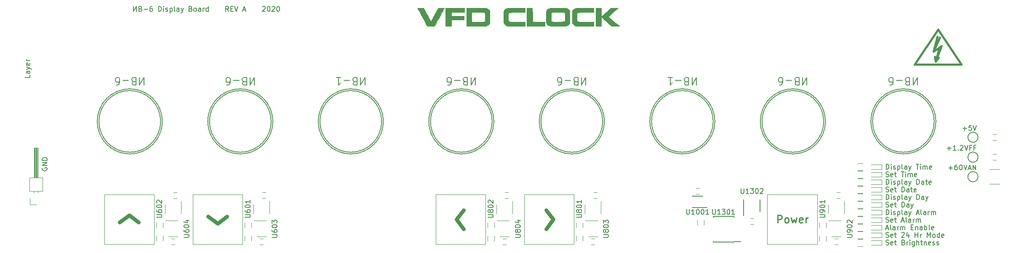
<source format=gto>
G04 #@! TF.GenerationSoftware,KiCad,Pcbnew,(5.1.4)-1*
G04 #@! TF.CreationDate,2020-02-29T21:07:02-06:00*
G04 #@! TF.ProjectId,IV-6_Display_Board,49562d36-5f44-4697-9370-6c61795f426f,rev?*
G04 #@! TF.SameCoordinates,Original*
G04 #@! TF.FileFunction,Legend,Top*
G04 #@! TF.FilePolarity,Positive*
%FSLAX46Y46*%
G04 Gerber Fmt 4.6, Leading zero omitted, Abs format (unit mm)*
G04 Created by KiCad (PCBNEW (5.1.4)-1) date 2020-02-29 21:07:02*
%MOMM*%
%LPD*%
G04 APERTURE LIST*
%ADD10C,0.200000*%
%ADD11C,0.150000*%
%ADD12C,0.750000*%
%ADD13C,0.250000*%
%ADD14C,0.010000*%
%ADD15C,0.381000*%
%ADD16C,0.120000*%
G04 APERTURE END LIST*
D10*
X214637982Y-83498428D02*
X214637982Y-81998428D01*
X213780839Y-83498428D01*
X213780839Y-81998428D01*
X212566554Y-82784142D02*
X212352268Y-82712714D01*
X212280839Y-82641285D01*
X212209411Y-82498428D01*
X212209411Y-82284142D01*
X212280839Y-82141285D01*
X212352268Y-82069857D01*
X212495125Y-81998428D01*
X213066554Y-81998428D01*
X213066554Y-83498428D01*
X212566554Y-83498428D01*
X212423696Y-83427000D01*
X212352268Y-83355571D01*
X212280839Y-83212714D01*
X212280839Y-83069857D01*
X212352268Y-82927000D01*
X212423696Y-82855571D01*
X212566554Y-82784142D01*
X213066554Y-82784142D01*
X211566554Y-82569857D02*
X210423696Y-82569857D01*
X209066554Y-83498428D02*
X209352268Y-83498428D01*
X209495125Y-83427000D01*
X209566554Y-83355571D01*
X209709411Y-83141285D01*
X209780839Y-82855571D01*
X209780839Y-82284142D01*
X209709411Y-82141285D01*
X209637982Y-82069857D01*
X209495125Y-81998428D01*
X209209411Y-81998428D01*
X209066554Y-82069857D01*
X208995125Y-82141285D01*
X208923696Y-82284142D01*
X208923696Y-82641285D01*
X208995125Y-82784142D01*
X209066554Y-82855571D01*
X209209411Y-82927000D01*
X209495125Y-82927000D01*
X209637982Y-82855571D01*
X209709411Y-82784142D01*
X209780839Y-82641285D01*
X192415760Y-83498428D02*
X192415760Y-81998428D01*
X191558617Y-83498428D01*
X191558617Y-81998428D01*
X190344332Y-82784142D02*
X190130046Y-82712714D01*
X190058617Y-82641285D01*
X189987189Y-82498428D01*
X189987189Y-82284142D01*
X190058617Y-82141285D01*
X190130046Y-82069857D01*
X190272903Y-81998428D01*
X190844332Y-81998428D01*
X190844332Y-83498428D01*
X190344332Y-83498428D01*
X190201474Y-83427000D01*
X190130046Y-83355571D01*
X190058617Y-83212714D01*
X190058617Y-83069857D01*
X190130046Y-82927000D01*
X190201474Y-82855571D01*
X190344332Y-82784142D01*
X190844332Y-82784142D01*
X189344332Y-82569857D02*
X188201474Y-82569857D01*
X186844332Y-83498428D02*
X187130046Y-83498428D01*
X187272903Y-83427000D01*
X187344332Y-83355571D01*
X187487189Y-83141285D01*
X187558617Y-82855571D01*
X187558617Y-82284142D01*
X187487189Y-82141285D01*
X187415760Y-82069857D01*
X187272903Y-81998428D01*
X186987189Y-81998428D01*
X186844332Y-82069857D01*
X186772903Y-82141285D01*
X186701474Y-82284142D01*
X186701474Y-82641285D01*
X186772903Y-82784142D01*
X186844332Y-82855571D01*
X186987189Y-82927000D01*
X187272903Y-82927000D01*
X187415760Y-82855571D01*
X187487189Y-82784142D01*
X187558617Y-82641285D01*
X170193538Y-83498428D02*
X170193538Y-81998428D01*
X169336395Y-83498428D01*
X169336395Y-81998428D01*
X168122110Y-82784142D02*
X167907824Y-82712714D01*
X167836395Y-82641285D01*
X167764967Y-82498428D01*
X167764967Y-82284142D01*
X167836395Y-82141285D01*
X167907824Y-82069857D01*
X168050681Y-81998428D01*
X168622110Y-81998428D01*
X168622110Y-83498428D01*
X168122110Y-83498428D01*
X167979252Y-83427000D01*
X167907824Y-83355571D01*
X167836395Y-83212714D01*
X167836395Y-83069857D01*
X167907824Y-82927000D01*
X167979252Y-82855571D01*
X168122110Y-82784142D01*
X168622110Y-82784142D01*
X167122110Y-82569857D02*
X165979252Y-82569857D01*
X164479252Y-81998428D02*
X165336395Y-81998428D01*
X164907824Y-81998428D02*
X164907824Y-83498428D01*
X165050681Y-83284142D01*
X165193538Y-83141285D01*
X165336395Y-83069857D01*
X147971316Y-83498428D02*
X147971316Y-81998428D01*
X147114173Y-83498428D01*
X147114173Y-81998428D01*
X145899888Y-82784142D02*
X145685602Y-82712714D01*
X145614173Y-82641285D01*
X145542745Y-82498428D01*
X145542745Y-82284142D01*
X145614173Y-82141285D01*
X145685602Y-82069857D01*
X145828459Y-81998428D01*
X146399888Y-81998428D01*
X146399888Y-83498428D01*
X145899888Y-83498428D01*
X145757030Y-83427000D01*
X145685602Y-83355571D01*
X145614173Y-83212714D01*
X145614173Y-83069857D01*
X145685602Y-82927000D01*
X145757030Y-82855571D01*
X145899888Y-82784142D01*
X146399888Y-82784142D01*
X144899888Y-82569857D02*
X143757030Y-82569857D01*
X142399888Y-83498428D02*
X142685602Y-83498428D01*
X142828459Y-83427000D01*
X142899888Y-83355571D01*
X143042745Y-83141285D01*
X143114173Y-82855571D01*
X143114173Y-82284142D01*
X143042745Y-82141285D01*
X142971316Y-82069857D01*
X142828459Y-81998428D01*
X142542745Y-81998428D01*
X142399888Y-82069857D01*
X142328459Y-82141285D01*
X142257030Y-82284142D01*
X142257030Y-82641285D01*
X142328459Y-82784142D01*
X142399888Y-82855571D01*
X142542745Y-82927000D01*
X142828459Y-82927000D01*
X142971316Y-82855571D01*
X143042745Y-82784142D01*
X143114173Y-82641285D01*
X125749094Y-83498428D02*
X125749094Y-81998428D01*
X124891951Y-83498428D01*
X124891951Y-81998428D01*
X123677666Y-82784142D02*
X123463380Y-82712714D01*
X123391951Y-82641285D01*
X123320523Y-82498428D01*
X123320523Y-82284142D01*
X123391951Y-82141285D01*
X123463380Y-82069857D01*
X123606237Y-81998428D01*
X124177666Y-81998428D01*
X124177666Y-83498428D01*
X123677666Y-83498428D01*
X123534808Y-83427000D01*
X123463380Y-83355571D01*
X123391951Y-83212714D01*
X123391951Y-83069857D01*
X123463380Y-82927000D01*
X123534808Y-82855571D01*
X123677666Y-82784142D01*
X124177666Y-82784142D01*
X122677666Y-82569857D02*
X121534808Y-82569857D01*
X120177666Y-83498428D02*
X120463380Y-83498428D01*
X120606237Y-83427000D01*
X120677666Y-83355571D01*
X120820523Y-83141285D01*
X120891951Y-82855571D01*
X120891951Y-82284142D01*
X120820523Y-82141285D01*
X120749094Y-82069857D01*
X120606237Y-81998428D01*
X120320523Y-81998428D01*
X120177666Y-82069857D01*
X120106237Y-82141285D01*
X120034808Y-82284142D01*
X120034808Y-82641285D01*
X120106237Y-82784142D01*
X120177666Y-82855571D01*
X120320523Y-82927000D01*
X120606237Y-82927000D01*
X120749094Y-82855571D01*
X120820523Y-82784142D01*
X120891951Y-82641285D01*
X103526872Y-83498428D02*
X103526872Y-81998428D01*
X102669729Y-83498428D01*
X102669729Y-81998428D01*
X101455444Y-82784142D02*
X101241158Y-82712714D01*
X101169729Y-82641285D01*
X101098301Y-82498428D01*
X101098301Y-82284142D01*
X101169729Y-82141285D01*
X101241158Y-82069857D01*
X101384015Y-81998428D01*
X101955444Y-81998428D01*
X101955444Y-83498428D01*
X101455444Y-83498428D01*
X101312586Y-83427000D01*
X101241158Y-83355571D01*
X101169729Y-83212714D01*
X101169729Y-83069857D01*
X101241158Y-82927000D01*
X101312586Y-82855571D01*
X101455444Y-82784142D01*
X101955444Y-82784142D01*
X100455444Y-82569857D02*
X99312586Y-82569857D01*
X97812586Y-81998428D02*
X98669729Y-81998428D01*
X98241158Y-81998428D02*
X98241158Y-83498428D01*
X98384015Y-83284142D01*
X98526872Y-83141285D01*
X98669729Y-83069857D01*
X81304650Y-83498428D02*
X81304650Y-81998428D01*
X80447507Y-83498428D01*
X80447507Y-81998428D01*
X79233222Y-82784142D02*
X79018936Y-82712714D01*
X78947507Y-82641285D01*
X78876079Y-82498428D01*
X78876079Y-82284142D01*
X78947507Y-82141285D01*
X79018936Y-82069857D01*
X79161793Y-81998428D01*
X79733222Y-81998428D01*
X79733222Y-83498428D01*
X79233222Y-83498428D01*
X79090364Y-83427000D01*
X79018936Y-83355571D01*
X78947507Y-83212714D01*
X78947507Y-83069857D01*
X79018936Y-82927000D01*
X79090364Y-82855571D01*
X79233222Y-82784142D01*
X79733222Y-82784142D01*
X78233222Y-82569857D02*
X77090364Y-82569857D01*
X75733222Y-83498428D02*
X76018936Y-83498428D01*
X76161793Y-83427000D01*
X76233222Y-83355571D01*
X76376079Y-83141285D01*
X76447507Y-82855571D01*
X76447507Y-82284142D01*
X76376079Y-82141285D01*
X76304650Y-82069857D01*
X76161793Y-81998428D01*
X75876079Y-81998428D01*
X75733222Y-82069857D01*
X75661793Y-82141285D01*
X75590364Y-82284142D01*
X75590364Y-82641285D01*
X75661793Y-82784142D01*
X75733222Y-82855571D01*
X75876079Y-82927000D01*
X76161793Y-82927000D01*
X76304650Y-82855571D01*
X76376079Y-82784142D01*
X76447507Y-82641285D01*
X59082428Y-83498428D02*
X59082428Y-81998428D01*
X58225285Y-83498428D01*
X58225285Y-81998428D01*
X57011000Y-82784142D02*
X56796714Y-82712714D01*
X56725285Y-82641285D01*
X56653857Y-82498428D01*
X56653857Y-82284142D01*
X56725285Y-82141285D01*
X56796714Y-82069857D01*
X56939571Y-81998428D01*
X57511000Y-81998428D01*
X57511000Y-83498428D01*
X57011000Y-83498428D01*
X56868142Y-83427000D01*
X56796714Y-83355571D01*
X56725285Y-83212714D01*
X56725285Y-83069857D01*
X56796714Y-82927000D01*
X56868142Y-82855571D01*
X57011000Y-82784142D01*
X57511000Y-82784142D01*
X56011000Y-82569857D02*
X54868142Y-82569857D01*
X53511000Y-83498428D02*
X53796714Y-83498428D01*
X53939571Y-83427000D01*
X54011000Y-83355571D01*
X54153857Y-83141285D01*
X54225285Y-82855571D01*
X54225285Y-82284142D01*
X54153857Y-82141285D01*
X54082428Y-82069857D01*
X53939571Y-81998428D01*
X53653857Y-81998428D01*
X53511000Y-82069857D01*
X53439571Y-82141285D01*
X53368142Y-82284142D01*
X53368142Y-82641285D01*
X53439571Y-82784142D01*
X53511000Y-82855571D01*
X53653857Y-82927000D01*
X53939571Y-82927000D01*
X54082428Y-82855571D01*
X54153857Y-82784142D01*
X54225285Y-82641285D01*
D11*
X57041095Y-67651380D02*
X57041095Y-68651380D01*
X57612523Y-67651380D01*
X57612523Y-68651380D01*
X58422047Y-68127571D02*
X58564904Y-68175190D01*
X58612523Y-68222809D01*
X58660142Y-68318047D01*
X58660142Y-68460904D01*
X58612523Y-68556142D01*
X58564904Y-68603761D01*
X58469666Y-68651380D01*
X58088714Y-68651380D01*
X58088714Y-67651380D01*
X58422047Y-67651380D01*
X58517285Y-67699000D01*
X58564904Y-67746619D01*
X58612523Y-67841857D01*
X58612523Y-67937095D01*
X58564904Y-68032333D01*
X58517285Y-68079952D01*
X58422047Y-68127571D01*
X58088714Y-68127571D01*
X59088714Y-68270428D02*
X59850619Y-68270428D01*
X60755380Y-67651380D02*
X60564904Y-67651380D01*
X60469666Y-67699000D01*
X60422047Y-67746619D01*
X60326809Y-67889476D01*
X60279190Y-68079952D01*
X60279190Y-68460904D01*
X60326809Y-68556142D01*
X60374428Y-68603761D01*
X60469666Y-68651380D01*
X60660142Y-68651380D01*
X60755380Y-68603761D01*
X60803000Y-68556142D01*
X60850619Y-68460904D01*
X60850619Y-68222809D01*
X60803000Y-68127571D01*
X60755380Y-68079952D01*
X60660142Y-68032333D01*
X60469666Y-68032333D01*
X60374428Y-68079952D01*
X60326809Y-68127571D01*
X60279190Y-68222809D01*
X62041095Y-68651380D02*
X62041095Y-67651380D01*
X62279190Y-67651380D01*
X62422047Y-67699000D01*
X62517285Y-67794238D01*
X62564904Y-67889476D01*
X62612523Y-68079952D01*
X62612523Y-68222809D01*
X62564904Y-68413285D01*
X62517285Y-68508523D01*
X62422047Y-68603761D01*
X62279190Y-68651380D01*
X62041095Y-68651380D01*
X63041095Y-68651380D02*
X63041095Y-67984714D01*
X63041095Y-67651380D02*
X62993476Y-67699000D01*
X63041095Y-67746619D01*
X63088714Y-67699000D01*
X63041095Y-67651380D01*
X63041095Y-67746619D01*
X63469666Y-68603761D02*
X63564904Y-68651380D01*
X63755380Y-68651380D01*
X63850619Y-68603761D01*
X63898238Y-68508523D01*
X63898238Y-68460904D01*
X63850619Y-68365666D01*
X63755380Y-68318047D01*
X63612523Y-68318047D01*
X63517285Y-68270428D01*
X63469666Y-68175190D01*
X63469666Y-68127571D01*
X63517285Y-68032333D01*
X63612523Y-67984714D01*
X63755380Y-67984714D01*
X63850619Y-68032333D01*
X64326809Y-67984714D02*
X64326809Y-68984714D01*
X64326809Y-68032333D02*
X64422047Y-67984714D01*
X64612523Y-67984714D01*
X64707761Y-68032333D01*
X64755380Y-68079952D01*
X64803000Y-68175190D01*
X64803000Y-68460904D01*
X64755380Y-68556142D01*
X64707761Y-68603761D01*
X64612523Y-68651380D01*
X64422047Y-68651380D01*
X64326809Y-68603761D01*
X65374428Y-68651380D02*
X65279190Y-68603761D01*
X65231571Y-68508523D01*
X65231571Y-67651380D01*
X66183952Y-68651380D02*
X66183952Y-68127571D01*
X66136333Y-68032333D01*
X66041095Y-67984714D01*
X65850619Y-67984714D01*
X65755380Y-68032333D01*
X66183952Y-68603761D02*
X66088714Y-68651380D01*
X65850619Y-68651380D01*
X65755380Y-68603761D01*
X65707761Y-68508523D01*
X65707761Y-68413285D01*
X65755380Y-68318047D01*
X65850619Y-68270428D01*
X66088714Y-68270428D01*
X66183952Y-68222809D01*
X66564904Y-67984714D02*
X66803000Y-68651380D01*
X67041095Y-67984714D02*
X66803000Y-68651380D01*
X66707761Y-68889476D01*
X66660142Y-68937095D01*
X66564904Y-68984714D01*
X68517285Y-68127571D02*
X68660142Y-68175190D01*
X68707761Y-68222809D01*
X68755380Y-68318047D01*
X68755380Y-68460904D01*
X68707761Y-68556142D01*
X68660142Y-68603761D01*
X68564904Y-68651380D01*
X68183952Y-68651380D01*
X68183952Y-67651380D01*
X68517285Y-67651380D01*
X68612523Y-67699000D01*
X68660142Y-67746619D01*
X68707761Y-67841857D01*
X68707761Y-67937095D01*
X68660142Y-68032333D01*
X68612523Y-68079952D01*
X68517285Y-68127571D01*
X68183952Y-68127571D01*
X69326809Y-68651380D02*
X69231571Y-68603761D01*
X69183952Y-68556142D01*
X69136333Y-68460904D01*
X69136333Y-68175190D01*
X69183952Y-68079952D01*
X69231571Y-68032333D01*
X69326809Y-67984714D01*
X69469666Y-67984714D01*
X69564904Y-68032333D01*
X69612523Y-68079952D01*
X69660142Y-68175190D01*
X69660142Y-68460904D01*
X69612523Y-68556142D01*
X69564904Y-68603761D01*
X69469666Y-68651380D01*
X69326809Y-68651380D01*
X70517285Y-68651380D02*
X70517285Y-68127571D01*
X70469666Y-68032333D01*
X70374428Y-67984714D01*
X70183952Y-67984714D01*
X70088714Y-68032333D01*
X70517285Y-68603761D02*
X70422047Y-68651380D01*
X70183952Y-68651380D01*
X70088714Y-68603761D01*
X70041095Y-68508523D01*
X70041095Y-68413285D01*
X70088714Y-68318047D01*
X70183952Y-68270428D01*
X70422047Y-68270428D01*
X70517285Y-68222809D01*
X70993476Y-68651380D02*
X70993476Y-67984714D01*
X70993476Y-68175190D02*
X71041095Y-68079952D01*
X71088714Y-68032333D01*
X71183952Y-67984714D01*
X71279190Y-67984714D01*
X72041095Y-68651380D02*
X72041095Y-67651380D01*
X72041095Y-68603761D02*
X71945857Y-68651380D01*
X71755380Y-68651380D01*
X71660142Y-68603761D01*
X71612523Y-68556142D01*
X71564904Y-68460904D01*
X71564904Y-68175190D01*
X71612523Y-68079952D01*
X71660142Y-68032333D01*
X71755380Y-67984714D01*
X71945857Y-67984714D01*
X72041095Y-68032333D01*
X76136333Y-68651380D02*
X75803000Y-68175190D01*
X75564904Y-68651380D02*
X75564904Y-67651380D01*
X75945857Y-67651380D01*
X76041095Y-67699000D01*
X76088714Y-67746619D01*
X76136333Y-67841857D01*
X76136333Y-67984714D01*
X76088714Y-68079952D01*
X76041095Y-68127571D01*
X75945857Y-68175190D01*
X75564904Y-68175190D01*
X76564904Y-68127571D02*
X76898238Y-68127571D01*
X77041095Y-68651380D02*
X76564904Y-68651380D01*
X76564904Y-67651380D01*
X77041095Y-67651380D01*
X77326809Y-67651380D02*
X77660142Y-68651380D01*
X77993476Y-67651380D01*
X79041095Y-68365666D02*
X79517285Y-68365666D01*
X78945857Y-68651380D02*
X79279190Y-67651380D01*
X79612523Y-68651380D01*
X82945857Y-67746619D02*
X82993476Y-67699000D01*
X83088714Y-67651380D01*
X83326809Y-67651380D01*
X83422047Y-67699000D01*
X83469666Y-67746619D01*
X83517285Y-67841857D01*
X83517285Y-67937095D01*
X83469666Y-68079952D01*
X82898238Y-68651380D01*
X83517285Y-68651380D01*
X84136333Y-67651380D02*
X84231571Y-67651380D01*
X84326809Y-67699000D01*
X84374428Y-67746619D01*
X84422047Y-67841857D01*
X84469666Y-68032333D01*
X84469666Y-68270428D01*
X84422047Y-68460904D01*
X84374428Y-68556142D01*
X84326809Y-68603761D01*
X84231571Y-68651380D01*
X84136333Y-68651380D01*
X84041095Y-68603761D01*
X83993476Y-68556142D01*
X83945857Y-68460904D01*
X83898238Y-68270428D01*
X83898238Y-68032333D01*
X83945857Y-67841857D01*
X83993476Y-67746619D01*
X84041095Y-67699000D01*
X84136333Y-67651380D01*
X84850619Y-67746619D02*
X84898238Y-67699000D01*
X84993476Y-67651380D01*
X85231571Y-67651380D01*
X85326809Y-67699000D01*
X85374428Y-67746619D01*
X85422047Y-67841857D01*
X85422047Y-67937095D01*
X85374428Y-68079952D01*
X84803000Y-68651380D01*
X85422047Y-68651380D01*
X86041095Y-67651380D02*
X86136333Y-67651380D01*
X86231571Y-67699000D01*
X86279190Y-67746619D01*
X86326809Y-67841857D01*
X86374428Y-68032333D01*
X86374428Y-68270428D01*
X86326809Y-68460904D01*
X86279190Y-68556142D01*
X86231571Y-68603761D01*
X86136333Y-68651380D01*
X86041095Y-68651380D01*
X85945857Y-68603761D01*
X85898238Y-68556142D01*
X85850619Y-68460904D01*
X85803000Y-68270428D01*
X85803000Y-68032333D01*
X85850619Y-67841857D01*
X85898238Y-67746619D01*
X85945857Y-67699000D01*
X86041095Y-67651380D01*
X38679500Y-100139404D02*
X38631880Y-100234642D01*
X38631880Y-100377500D01*
X38679500Y-100520357D01*
X38774738Y-100615595D01*
X38869976Y-100663214D01*
X39060452Y-100710833D01*
X39203309Y-100710833D01*
X39393785Y-100663214D01*
X39489023Y-100615595D01*
X39584261Y-100520357D01*
X39631880Y-100377500D01*
X39631880Y-100282261D01*
X39584261Y-100139404D01*
X39536642Y-100091785D01*
X39203309Y-100091785D01*
X39203309Y-100282261D01*
X39631880Y-99663214D02*
X38631880Y-99663214D01*
X39631880Y-99091785D01*
X38631880Y-99091785D01*
X39631880Y-98615595D02*
X38631880Y-98615595D01*
X38631880Y-98377500D01*
X38679500Y-98234642D01*
X38774738Y-98139404D01*
X38869976Y-98091785D01*
X39060452Y-98044166D01*
X39203309Y-98044166D01*
X39393785Y-98091785D01*
X39489023Y-98139404D01*
X39584261Y-98234642D01*
X39631880Y-98377500D01*
X39631880Y-98615595D01*
X208361595Y-103449380D02*
X208361595Y-102449380D01*
X208599690Y-102449380D01*
X208742547Y-102497000D01*
X208837785Y-102592238D01*
X208885404Y-102687476D01*
X208933023Y-102877952D01*
X208933023Y-103020809D01*
X208885404Y-103211285D01*
X208837785Y-103306523D01*
X208742547Y-103401761D01*
X208599690Y-103449380D01*
X208361595Y-103449380D01*
X209361595Y-103449380D02*
X209361595Y-102782714D01*
X209361595Y-102449380D02*
X209313976Y-102497000D01*
X209361595Y-102544619D01*
X209409214Y-102497000D01*
X209361595Y-102449380D01*
X209361595Y-102544619D01*
X209790166Y-103401761D02*
X209885404Y-103449380D01*
X210075880Y-103449380D01*
X210171119Y-103401761D01*
X210218738Y-103306523D01*
X210218738Y-103258904D01*
X210171119Y-103163666D01*
X210075880Y-103116047D01*
X209933023Y-103116047D01*
X209837785Y-103068428D01*
X209790166Y-102973190D01*
X209790166Y-102925571D01*
X209837785Y-102830333D01*
X209933023Y-102782714D01*
X210075880Y-102782714D01*
X210171119Y-102830333D01*
X210647309Y-102782714D02*
X210647309Y-103782714D01*
X210647309Y-102830333D02*
X210742547Y-102782714D01*
X210933023Y-102782714D01*
X211028261Y-102830333D01*
X211075880Y-102877952D01*
X211123500Y-102973190D01*
X211123500Y-103258904D01*
X211075880Y-103354142D01*
X211028261Y-103401761D01*
X210933023Y-103449380D01*
X210742547Y-103449380D01*
X210647309Y-103401761D01*
X211694928Y-103449380D02*
X211599690Y-103401761D01*
X211552071Y-103306523D01*
X211552071Y-102449380D01*
X212504452Y-103449380D02*
X212504452Y-102925571D01*
X212456833Y-102830333D01*
X212361595Y-102782714D01*
X212171119Y-102782714D01*
X212075880Y-102830333D01*
X212504452Y-103401761D02*
X212409214Y-103449380D01*
X212171119Y-103449380D01*
X212075880Y-103401761D01*
X212028261Y-103306523D01*
X212028261Y-103211285D01*
X212075880Y-103116047D01*
X212171119Y-103068428D01*
X212409214Y-103068428D01*
X212504452Y-103020809D01*
X212885404Y-102782714D02*
X213123500Y-103449380D01*
X213361595Y-102782714D02*
X213123500Y-103449380D01*
X213028261Y-103687476D01*
X212980642Y-103735095D01*
X212885404Y-103782714D01*
X214504452Y-103449380D02*
X214504452Y-102449380D01*
X214742547Y-102449380D01*
X214885404Y-102497000D01*
X214980642Y-102592238D01*
X215028261Y-102687476D01*
X215075880Y-102877952D01*
X215075880Y-103020809D01*
X215028261Y-103211285D01*
X214980642Y-103306523D01*
X214885404Y-103401761D01*
X214742547Y-103449380D01*
X214504452Y-103449380D01*
X215933023Y-103449380D02*
X215933023Y-102925571D01*
X215885404Y-102830333D01*
X215790166Y-102782714D01*
X215599690Y-102782714D01*
X215504452Y-102830333D01*
X215933023Y-103401761D02*
X215837785Y-103449380D01*
X215599690Y-103449380D01*
X215504452Y-103401761D01*
X215456833Y-103306523D01*
X215456833Y-103211285D01*
X215504452Y-103116047D01*
X215599690Y-103068428D01*
X215837785Y-103068428D01*
X215933023Y-103020809D01*
X216266357Y-102782714D02*
X216647309Y-102782714D01*
X216409214Y-102449380D02*
X216409214Y-103306523D01*
X216456833Y-103401761D01*
X216552071Y-103449380D01*
X216647309Y-103449380D01*
X217361595Y-103401761D02*
X217266357Y-103449380D01*
X217075880Y-103449380D01*
X216980642Y-103401761D01*
X216933023Y-103306523D01*
X216933023Y-102925571D01*
X216980642Y-102830333D01*
X217075880Y-102782714D01*
X217266357Y-102782714D01*
X217361595Y-102830333D01*
X217409214Y-102925571D01*
X217409214Y-103020809D01*
X216933023Y-103116047D01*
X208313976Y-115593761D02*
X208456833Y-115641380D01*
X208694928Y-115641380D01*
X208790166Y-115593761D01*
X208837785Y-115546142D01*
X208885404Y-115450904D01*
X208885404Y-115355666D01*
X208837785Y-115260428D01*
X208790166Y-115212809D01*
X208694928Y-115165190D01*
X208504452Y-115117571D01*
X208409214Y-115069952D01*
X208361595Y-115022333D01*
X208313976Y-114927095D01*
X208313976Y-114831857D01*
X208361595Y-114736619D01*
X208409214Y-114689000D01*
X208504452Y-114641380D01*
X208742547Y-114641380D01*
X208885404Y-114689000D01*
X209694928Y-115593761D02*
X209599690Y-115641380D01*
X209409214Y-115641380D01*
X209313976Y-115593761D01*
X209266357Y-115498523D01*
X209266357Y-115117571D01*
X209313976Y-115022333D01*
X209409214Y-114974714D01*
X209599690Y-114974714D01*
X209694928Y-115022333D01*
X209742547Y-115117571D01*
X209742547Y-115212809D01*
X209266357Y-115308047D01*
X210028261Y-114974714D02*
X210409214Y-114974714D01*
X210171119Y-114641380D02*
X210171119Y-115498523D01*
X210218738Y-115593761D01*
X210313976Y-115641380D01*
X210409214Y-115641380D01*
X211837785Y-115117571D02*
X211980642Y-115165190D01*
X212028261Y-115212809D01*
X212075880Y-115308047D01*
X212075880Y-115450904D01*
X212028261Y-115546142D01*
X211980642Y-115593761D01*
X211885404Y-115641380D01*
X211504452Y-115641380D01*
X211504452Y-114641380D01*
X211837785Y-114641380D01*
X211933023Y-114689000D01*
X211980642Y-114736619D01*
X212028261Y-114831857D01*
X212028261Y-114927095D01*
X211980642Y-115022333D01*
X211933023Y-115069952D01*
X211837785Y-115117571D01*
X211504452Y-115117571D01*
X212504452Y-115641380D02*
X212504452Y-114974714D01*
X212504452Y-115165190D02*
X212552071Y-115069952D01*
X212599690Y-115022333D01*
X212694928Y-114974714D01*
X212790166Y-114974714D01*
X213123500Y-115641380D02*
X213123500Y-114974714D01*
X213123500Y-114641380D02*
X213075880Y-114689000D01*
X213123500Y-114736619D01*
X213171119Y-114689000D01*
X213123500Y-114641380D01*
X213123500Y-114736619D01*
X214028261Y-114974714D02*
X214028261Y-115784238D01*
X213980642Y-115879476D01*
X213933023Y-115927095D01*
X213837785Y-115974714D01*
X213694928Y-115974714D01*
X213599690Y-115927095D01*
X214028261Y-115593761D02*
X213933023Y-115641380D01*
X213742547Y-115641380D01*
X213647309Y-115593761D01*
X213599690Y-115546142D01*
X213552071Y-115450904D01*
X213552071Y-115165190D01*
X213599690Y-115069952D01*
X213647309Y-115022333D01*
X213742547Y-114974714D01*
X213933023Y-114974714D01*
X214028261Y-115022333D01*
X214504452Y-115641380D02*
X214504452Y-114641380D01*
X214933023Y-115641380D02*
X214933023Y-115117571D01*
X214885404Y-115022333D01*
X214790166Y-114974714D01*
X214647309Y-114974714D01*
X214552071Y-115022333D01*
X214504452Y-115069952D01*
X215266357Y-114974714D02*
X215647309Y-114974714D01*
X215409214Y-114641380D02*
X215409214Y-115498523D01*
X215456833Y-115593761D01*
X215552071Y-115641380D01*
X215647309Y-115641380D01*
X215980642Y-114974714D02*
X215980642Y-115641380D01*
X215980642Y-115069952D02*
X216028261Y-115022333D01*
X216123500Y-114974714D01*
X216266357Y-114974714D01*
X216361595Y-115022333D01*
X216409214Y-115117571D01*
X216409214Y-115641380D01*
X217266357Y-115593761D02*
X217171119Y-115641380D01*
X216980642Y-115641380D01*
X216885404Y-115593761D01*
X216837785Y-115498523D01*
X216837785Y-115117571D01*
X216885404Y-115022333D01*
X216980642Y-114974714D01*
X217171119Y-114974714D01*
X217266357Y-115022333D01*
X217313976Y-115117571D01*
X217313976Y-115212809D01*
X216837785Y-115308047D01*
X217694928Y-115593761D02*
X217790166Y-115641380D01*
X217980642Y-115641380D01*
X218075880Y-115593761D01*
X218123500Y-115498523D01*
X218123500Y-115450904D01*
X218075880Y-115355666D01*
X217980642Y-115308047D01*
X217837785Y-115308047D01*
X217742547Y-115260428D01*
X217694928Y-115165190D01*
X217694928Y-115117571D01*
X217742547Y-115022333D01*
X217837785Y-114974714D01*
X217980642Y-114974714D01*
X218075880Y-115022333D01*
X218504452Y-115593761D02*
X218599690Y-115641380D01*
X218790166Y-115641380D01*
X218885404Y-115593761D01*
X218933023Y-115498523D01*
X218933023Y-115450904D01*
X218885404Y-115355666D01*
X218790166Y-115308047D01*
X218647309Y-115308047D01*
X218552071Y-115260428D01*
X218504452Y-115165190D01*
X218504452Y-115117571D01*
X218552071Y-115022333D01*
X218647309Y-114974714D01*
X218790166Y-114974714D01*
X218885404Y-115022333D01*
X208313976Y-114069761D02*
X208456833Y-114117380D01*
X208694928Y-114117380D01*
X208790166Y-114069761D01*
X208837785Y-114022142D01*
X208885404Y-113926904D01*
X208885404Y-113831666D01*
X208837785Y-113736428D01*
X208790166Y-113688809D01*
X208694928Y-113641190D01*
X208504452Y-113593571D01*
X208409214Y-113545952D01*
X208361595Y-113498333D01*
X208313976Y-113403095D01*
X208313976Y-113307857D01*
X208361595Y-113212619D01*
X208409214Y-113165000D01*
X208504452Y-113117380D01*
X208742547Y-113117380D01*
X208885404Y-113165000D01*
X209694928Y-114069761D02*
X209599690Y-114117380D01*
X209409214Y-114117380D01*
X209313976Y-114069761D01*
X209266357Y-113974523D01*
X209266357Y-113593571D01*
X209313976Y-113498333D01*
X209409214Y-113450714D01*
X209599690Y-113450714D01*
X209694928Y-113498333D01*
X209742547Y-113593571D01*
X209742547Y-113688809D01*
X209266357Y-113784047D01*
X210028261Y-113450714D02*
X210409214Y-113450714D01*
X210171119Y-113117380D02*
X210171119Y-113974523D01*
X210218738Y-114069761D01*
X210313976Y-114117380D01*
X210409214Y-114117380D01*
X211456833Y-113212619D02*
X211504452Y-113165000D01*
X211599690Y-113117380D01*
X211837785Y-113117380D01*
X211933023Y-113165000D01*
X211980642Y-113212619D01*
X212028261Y-113307857D01*
X212028261Y-113403095D01*
X211980642Y-113545952D01*
X211409214Y-114117380D01*
X212028261Y-114117380D01*
X212885404Y-113450714D02*
X212885404Y-114117380D01*
X212647309Y-113069761D02*
X212409214Y-113784047D01*
X213028261Y-113784047D01*
X214171119Y-114117380D02*
X214171119Y-113117380D01*
X214171119Y-113593571D02*
X214742547Y-113593571D01*
X214742547Y-114117380D02*
X214742547Y-113117380D01*
X215218738Y-114117380D02*
X215218738Y-113450714D01*
X215218738Y-113641190D02*
X215266357Y-113545952D01*
X215313976Y-113498333D01*
X215409214Y-113450714D01*
X215504452Y-113450714D01*
X216599690Y-114117380D02*
X216599690Y-113117380D01*
X216933023Y-113831666D01*
X217266357Y-113117380D01*
X217266357Y-114117380D01*
X217885404Y-114117380D02*
X217790166Y-114069761D01*
X217742547Y-114022142D01*
X217694928Y-113926904D01*
X217694928Y-113641190D01*
X217742547Y-113545952D01*
X217790166Y-113498333D01*
X217885404Y-113450714D01*
X218028261Y-113450714D01*
X218123500Y-113498333D01*
X218171119Y-113545952D01*
X218218738Y-113641190D01*
X218218738Y-113926904D01*
X218171119Y-114022142D01*
X218123500Y-114069761D01*
X218028261Y-114117380D01*
X217885404Y-114117380D01*
X219075880Y-114117380D02*
X219075880Y-113117380D01*
X219075880Y-114069761D02*
X218980642Y-114117380D01*
X218790166Y-114117380D01*
X218694928Y-114069761D01*
X218647309Y-114022142D01*
X218599690Y-113926904D01*
X218599690Y-113641190D01*
X218647309Y-113545952D01*
X218694928Y-113498333D01*
X218790166Y-113450714D01*
X218980642Y-113450714D01*
X219075880Y-113498333D01*
X219933023Y-114069761D02*
X219837785Y-114117380D01*
X219647309Y-114117380D01*
X219552071Y-114069761D01*
X219504452Y-113974523D01*
X219504452Y-113593571D01*
X219552071Y-113498333D01*
X219647309Y-113450714D01*
X219837785Y-113450714D01*
X219933023Y-113498333D01*
X219980642Y-113593571D01*
X219980642Y-113688809D01*
X219504452Y-113784047D01*
X208313976Y-112307666D02*
X208790166Y-112307666D01*
X208218738Y-112593380D02*
X208552071Y-111593380D01*
X208885404Y-112593380D01*
X209361595Y-112593380D02*
X209266357Y-112545761D01*
X209218738Y-112450523D01*
X209218738Y-111593380D01*
X210171119Y-112593380D02*
X210171119Y-112069571D01*
X210123500Y-111974333D01*
X210028261Y-111926714D01*
X209837785Y-111926714D01*
X209742547Y-111974333D01*
X210171119Y-112545761D02*
X210075880Y-112593380D01*
X209837785Y-112593380D01*
X209742547Y-112545761D01*
X209694928Y-112450523D01*
X209694928Y-112355285D01*
X209742547Y-112260047D01*
X209837785Y-112212428D01*
X210075880Y-112212428D01*
X210171119Y-112164809D01*
X210647309Y-112593380D02*
X210647309Y-111926714D01*
X210647309Y-112117190D02*
X210694928Y-112021952D01*
X210742547Y-111974333D01*
X210837785Y-111926714D01*
X210933023Y-111926714D01*
X211266357Y-112593380D02*
X211266357Y-111926714D01*
X211266357Y-112021952D02*
X211313976Y-111974333D01*
X211409214Y-111926714D01*
X211552071Y-111926714D01*
X211647309Y-111974333D01*
X211694928Y-112069571D01*
X211694928Y-112593380D01*
X211694928Y-112069571D02*
X211742547Y-111974333D01*
X211837785Y-111926714D01*
X211980642Y-111926714D01*
X212075880Y-111974333D01*
X212123500Y-112069571D01*
X212123500Y-112593380D01*
X213361595Y-112069571D02*
X213694928Y-112069571D01*
X213837785Y-112593380D02*
X213361595Y-112593380D01*
X213361595Y-111593380D01*
X213837785Y-111593380D01*
X214266357Y-111926714D02*
X214266357Y-112593380D01*
X214266357Y-112021952D02*
X214313976Y-111974333D01*
X214409214Y-111926714D01*
X214552071Y-111926714D01*
X214647309Y-111974333D01*
X214694928Y-112069571D01*
X214694928Y-112593380D01*
X215599690Y-112593380D02*
X215599690Y-112069571D01*
X215552071Y-111974333D01*
X215456833Y-111926714D01*
X215266357Y-111926714D01*
X215171119Y-111974333D01*
X215599690Y-112545761D02*
X215504452Y-112593380D01*
X215266357Y-112593380D01*
X215171119Y-112545761D01*
X215123500Y-112450523D01*
X215123500Y-112355285D01*
X215171119Y-112260047D01*
X215266357Y-112212428D01*
X215504452Y-112212428D01*
X215599690Y-112164809D01*
X216075880Y-112593380D02*
X216075880Y-111593380D01*
X216075880Y-111974333D02*
X216171119Y-111926714D01*
X216361595Y-111926714D01*
X216456833Y-111974333D01*
X216504452Y-112021952D01*
X216552071Y-112117190D01*
X216552071Y-112402904D01*
X216504452Y-112498142D01*
X216456833Y-112545761D01*
X216361595Y-112593380D01*
X216171119Y-112593380D01*
X216075880Y-112545761D01*
X217123500Y-112593380D02*
X217028261Y-112545761D01*
X216980642Y-112450523D01*
X216980642Y-111593380D01*
X217885404Y-112545761D02*
X217790166Y-112593380D01*
X217599690Y-112593380D01*
X217504452Y-112545761D01*
X217456833Y-112450523D01*
X217456833Y-112069571D01*
X217504452Y-111974333D01*
X217599690Y-111926714D01*
X217790166Y-111926714D01*
X217885404Y-111974333D01*
X217933023Y-112069571D01*
X217933023Y-112164809D01*
X217456833Y-112260047D01*
X208313976Y-111021761D02*
X208456833Y-111069380D01*
X208694928Y-111069380D01*
X208790166Y-111021761D01*
X208837785Y-110974142D01*
X208885404Y-110878904D01*
X208885404Y-110783666D01*
X208837785Y-110688428D01*
X208790166Y-110640809D01*
X208694928Y-110593190D01*
X208504452Y-110545571D01*
X208409214Y-110497952D01*
X208361595Y-110450333D01*
X208313976Y-110355095D01*
X208313976Y-110259857D01*
X208361595Y-110164619D01*
X208409214Y-110117000D01*
X208504452Y-110069380D01*
X208742547Y-110069380D01*
X208885404Y-110117000D01*
X209694928Y-111021761D02*
X209599690Y-111069380D01*
X209409214Y-111069380D01*
X209313976Y-111021761D01*
X209266357Y-110926523D01*
X209266357Y-110545571D01*
X209313976Y-110450333D01*
X209409214Y-110402714D01*
X209599690Y-110402714D01*
X209694928Y-110450333D01*
X209742547Y-110545571D01*
X209742547Y-110640809D01*
X209266357Y-110736047D01*
X210028261Y-110402714D02*
X210409214Y-110402714D01*
X210171119Y-110069380D02*
X210171119Y-110926523D01*
X210218738Y-111021761D01*
X210313976Y-111069380D01*
X210409214Y-111069380D01*
X211456833Y-110783666D02*
X211933023Y-110783666D01*
X211361595Y-111069380D02*
X211694928Y-110069380D01*
X212028261Y-111069380D01*
X212504452Y-111069380D02*
X212409214Y-111021761D01*
X212361595Y-110926523D01*
X212361595Y-110069380D01*
X213313976Y-111069380D02*
X213313976Y-110545571D01*
X213266357Y-110450333D01*
X213171119Y-110402714D01*
X212980642Y-110402714D01*
X212885404Y-110450333D01*
X213313976Y-111021761D02*
X213218738Y-111069380D01*
X212980642Y-111069380D01*
X212885404Y-111021761D01*
X212837785Y-110926523D01*
X212837785Y-110831285D01*
X212885404Y-110736047D01*
X212980642Y-110688428D01*
X213218738Y-110688428D01*
X213313976Y-110640809D01*
X213790166Y-111069380D02*
X213790166Y-110402714D01*
X213790166Y-110593190D02*
X213837785Y-110497952D01*
X213885404Y-110450333D01*
X213980642Y-110402714D01*
X214075880Y-110402714D01*
X214409214Y-111069380D02*
X214409214Y-110402714D01*
X214409214Y-110497952D02*
X214456833Y-110450333D01*
X214552071Y-110402714D01*
X214694928Y-110402714D01*
X214790166Y-110450333D01*
X214837785Y-110545571D01*
X214837785Y-111069380D01*
X214837785Y-110545571D02*
X214885404Y-110450333D01*
X214980642Y-110402714D01*
X215123500Y-110402714D01*
X215218738Y-110450333D01*
X215266357Y-110545571D01*
X215266357Y-111069380D01*
X208361595Y-109545380D02*
X208361595Y-108545380D01*
X208599690Y-108545380D01*
X208742547Y-108593000D01*
X208837785Y-108688238D01*
X208885404Y-108783476D01*
X208933023Y-108973952D01*
X208933023Y-109116809D01*
X208885404Y-109307285D01*
X208837785Y-109402523D01*
X208742547Y-109497761D01*
X208599690Y-109545380D01*
X208361595Y-109545380D01*
X209361595Y-109545380D02*
X209361595Y-108878714D01*
X209361595Y-108545380D02*
X209313976Y-108593000D01*
X209361595Y-108640619D01*
X209409214Y-108593000D01*
X209361595Y-108545380D01*
X209361595Y-108640619D01*
X209790166Y-109497761D02*
X209885404Y-109545380D01*
X210075880Y-109545380D01*
X210171119Y-109497761D01*
X210218738Y-109402523D01*
X210218738Y-109354904D01*
X210171119Y-109259666D01*
X210075880Y-109212047D01*
X209933023Y-109212047D01*
X209837785Y-109164428D01*
X209790166Y-109069190D01*
X209790166Y-109021571D01*
X209837785Y-108926333D01*
X209933023Y-108878714D01*
X210075880Y-108878714D01*
X210171119Y-108926333D01*
X210647309Y-108878714D02*
X210647309Y-109878714D01*
X210647309Y-108926333D02*
X210742547Y-108878714D01*
X210933023Y-108878714D01*
X211028261Y-108926333D01*
X211075880Y-108973952D01*
X211123500Y-109069190D01*
X211123500Y-109354904D01*
X211075880Y-109450142D01*
X211028261Y-109497761D01*
X210933023Y-109545380D01*
X210742547Y-109545380D01*
X210647309Y-109497761D01*
X211694928Y-109545380D02*
X211599690Y-109497761D01*
X211552071Y-109402523D01*
X211552071Y-108545380D01*
X212504452Y-109545380D02*
X212504452Y-109021571D01*
X212456833Y-108926333D01*
X212361595Y-108878714D01*
X212171119Y-108878714D01*
X212075880Y-108926333D01*
X212504452Y-109497761D02*
X212409214Y-109545380D01*
X212171119Y-109545380D01*
X212075880Y-109497761D01*
X212028261Y-109402523D01*
X212028261Y-109307285D01*
X212075880Y-109212047D01*
X212171119Y-109164428D01*
X212409214Y-109164428D01*
X212504452Y-109116809D01*
X212885404Y-108878714D02*
X213123500Y-109545380D01*
X213361595Y-108878714D02*
X213123500Y-109545380D01*
X213028261Y-109783476D01*
X212980642Y-109831095D01*
X212885404Y-109878714D01*
X214456833Y-109259666D02*
X214933023Y-109259666D01*
X214361595Y-109545380D02*
X214694928Y-108545380D01*
X215028261Y-109545380D01*
X215504452Y-109545380D02*
X215409214Y-109497761D01*
X215361595Y-109402523D01*
X215361595Y-108545380D01*
X216313976Y-109545380D02*
X216313976Y-109021571D01*
X216266357Y-108926333D01*
X216171119Y-108878714D01*
X215980642Y-108878714D01*
X215885404Y-108926333D01*
X216313976Y-109497761D02*
X216218738Y-109545380D01*
X215980642Y-109545380D01*
X215885404Y-109497761D01*
X215837785Y-109402523D01*
X215837785Y-109307285D01*
X215885404Y-109212047D01*
X215980642Y-109164428D01*
X216218738Y-109164428D01*
X216313976Y-109116809D01*
X216790166Y-109545380D02*
X216790166Y-108878714D01*
X216790166Y-109069190D02*
X216837785Y-108973952D01*
X216885404Y-108926333D01*
X216980642Y-108878714D01*
X217075880Y-108878714D01*
X217409214Y-109545380D02*
X217409214Y-108878714D01*
X217409214Y-108973952D02*
X217456833Y-108926333D01*
X217552071Y-108878714D01*
X217694928Y-108878714D01*
X217790166Y-108926333D01*
X217837785Y-109021571D01*
X217837785Y-109545380D01*
X217837785Y-109021571D02*
X217885404Y-108926333D01*
X217980642Y-108878714D01*
X218123500Y-108878714D01*
X218218738Y-108926333D01*
X218266357Y-109021571D01*
X218266357Y-109545380D01*
X208313976Y-107973761D02*
X208456833Y-108021380D01*
X208694928Y-108021380D01*
X208790166Y-107973761D01*
X208837785Y-107926142D01*
X208885404Y-107830904D01*
X208885404Y-107735666D01*
X208837785Y-107640428D01*
X208790166Y-107592809D01*
X208694928Y-107545190D01*
X208504452Y-107497571D01*
X208409214Y-107449952D01*
X208361595Y-107402333D01*
X208313976Y-107307095D01*
X208313976Y-107211857D01*
X208361595Y-107116619D01*
X208409214Y-107069000D01*
X208504452Y-107021380D01*
X208742547Y-107021380D01*
X208885404Y-107069000D01*
X209694928Y-107973761D02*
X209599690Y-108021380D01*
X209409214Y-108021380D01*
X209313976Y-107973761D01*
X209266357Y-107878523D01*
X209266357Y-107497571D01*
X209313976Y-107402333D01*
X209409214Y-107354714D01*
X209599690Y-107354714D01*
X209694928Y-107402333D01*
X209742547Y-107497571D01*
X209742547Y-107592809D01*
X209266357Y-107688047D01*
X210028261Y-107354714D02*
X210409214Y-107354714D01*
X210171119Y-107021380D02*
X210171119Y-107878523D01*
X210218738Y-107973761D01*
X210313976Y-108021380D01*
X210409214Y-108021380D01*
X211504452Y-108021380D02*
X211504452Y-107021380D01*
X211742547Y-107021380D01*
X211885404Y-107069000D01*
X211980642Y-107164238D01*
X212028261Y-107259476D01*
X212075880Y-107449952D01*
X212075880Y-107592809D01*
X212028261Y-107783285D01*
X211980642Y-107878523D01*
X211885404Y-107973761D01*
X211742547Y-108021380D01*
X211504452Y-108021380D01*
X212933023Y-108021380D02*
X212933023Y-107497571D01*
X212885404Y-107402333D01*
X212790166Y-107354714D01*
X212599690Y-107354714D01*
X212504452Y-107402333D01*
X212933023Y-107973761D02*
X212837785Y-108021380D01*
X212599690Y-108021380D01*
X212504452Y-107973761D01*
X212456833Y-107878523D01*
X212456833Y-107783285D01*
X212504452Y-107688047D01*
X212599690Y-107640428D01*
X212837785Y-107640428D01*
X212933023Y-107592809D01*
X213313976Y-107354714D02*
X213552071Y-108021380D01*
X213790166Y-107354714D02*
X213552071Y-108021380D01*
X213456833Y-108259476D01*
X213409214Y-108307095D01*
X213313976Y-108354714D01*
X208361595Y-106497380D02*
X208361595Y-105497380D01*
X208599690Y-105497380D01*
X208742547Y-105545000D01*
X208837785Y-105640238D01*
X208885404Y-105735476D01*
X208933023Y-105925952D01*
X208933023Y-106068809D01*
X208885404Y-106259285D01*
X208837785Y-106354523D01*
X208742547Y-106449761D01*
X208599690Y-106497380D01*
X208361595Y-106497380D01*
X209361595Y-106497380D02*
X209361595Y-105830714D01*
X209361595Y-105497380D02*
X209313976Y-105545000D01*
X209361595Y-105592619D01*
X209409214Y-105545000D01*
X209361595Y-105497380D01*
X209361595Y-105592619D01*
X209790166Y-106449761D02*
X209885404Y-106497380D01*
X210075880Y-106497380D01*
X210171119Y-106449761D01*
X210218738Y-106354523D01*
X210218738Y-106306904D01*
X210171119Y-106211666D01*
X210075880Y-106164047D01*
X209933023Y-106164047D01*
X209837785Y-106116428D01*
X209790166Y-106021190D01*
X209790166Y-105973571D01*
X209837785Y-105878333D01*
X209933023Y-105830714D01*
X210075880Y-105830714D01*
X210171119Y-105878333D01*
X210647309Y-105830714D02*
X210647309Y-106830714D01*
X210647309Y-105878333D02*
X210742547Y-105830714D01*
X210933023Y-105830714D01*
X211028261Y-105878333D01*
X211075880Y-105925952D01*
X211123500Y-106021190D01*
X211123500Y-106306904D01*
X211075880Y-106402142D01*
X211028261Y-106449761D01*
X210933023Y-106497380D01*
X210742547Y-106497380D01*
X210647309Y-106449761D01*
X211694928Y-106497380D02*
X211599690Y-106449761D01*
X211552071Y-106354523D01*
X211552071Y-105497380D01*
X212504452Y-106497380D02*
X212504452Y-105973571D01*
X212456833Y-105878333D01*
X212361595Y-105830714D01*
X212171119Y-105830714D01*
X212075880Y-105878333D01*
X212504452Y-106449761D02*
X212409214Y-106497380D01*
X212171119Y-106497380D01*
X212075880Y-106449761D01*
X212028261Y-106354523D01*
X212028261Y-106259285D01*
X212075880Y-106164047D01*
X212171119Y-106116428D01*
X212409214Y-106116428D01*
X212504452Y-106068809D01*
X212885404Y-105830714D02*
X213123500Y-106497380D01*
X213361595Y-105830714D02*
X213123500Y-106497380D01*
X213028261Y-106735476D01*
X212980642Y-106783095D01*
X212885404Y-106830714D01*
X214504452Y-106497380D02*
X214504452Y-105497380D01*
X214742547Y-105497380D01*
X214885404Y-105545000D01*
X214980642Y-105640238D01*
X215028261Y-105735476D01*
X215075880Y-105925952D01*
X215075880Y-106068809D01*
X215028261Y-106259285D01*
X214980642Y-106354523D01*
X214885404Y-106449761D01*
X214742547Y-106497380D01*
X214504452Y-106497380D01*
X215933023Y-106497380D02*
X215933023Y-105973571D01*
X215885404Y-105878333D01*
X215790166Y-105830714D01*
X215599690Y-105830714D01*
X215504452Y-105878333D01*
X215933023Y-106449761D02*
X215837785Y-106497380D01*
X215599690Y-106497380D01*
X215504452Y-106449761D01*
X215456833Y-106354523D01*
X215456833Y-106259285D01*
X215504452Y-106164047D01*
X215599690Y-106116428D01*
X215837785Y-106116428D01*
X215933023Y-106068809D01*
X216313976Y-105830714D02*
X216552071Y-106497380D01*
X216790166Y-105830714D02*
X216552071Y-106497380D01*
X216456833Y-106735476D01*
X216409214Y-106783095D01*
X216313976Y-106830714D01*
X208313976Y-104925761D02*
X208456833Y-104973380D01*
X208694928Y-104973380D01*
X208790166Y-104925761D01*
X208837785Y-104878142D01*
X208885404Y-104782904D01*
X208885404Y-104687666D01*
X208837785Y-104592428D01*
X208790166Y-104544809D01*
X208694928Y-104497190D01*
X208504452Y-104449571D01*
X208409214Y-104401952D01*
X208361595Y-104354333D01*
X208313976Y-104259095D01*
X208313976Y-104163857D01*
X208361595Y-104068619D01*
X208409214Y-104021000D01*
X208504452Y-103973380D01*
X208742547Y-103973380D01*
X208885404Y-104021000D01*
X209694928Y-104925761D02*
X209599690Y-104973380D01*
X209409214Y-104973380D01*
X209313976Y-104925761D01*
X209266357Y-104830523D01*
X209266357Y-104449571D01*
X209313976Y-104354333D01*
X209409214Y-104306714D01*
X209599690Y-104306714D01*
X209694928Y-104354333D01*
X209742547Y-104449571D01*
X209742547Y-104544809D01*
X209266357Y-104640047D01*
X210028261Y-104306714D02*
X210409214Y-104306714D01*
X210171119Y-103973380D02*
X210171119Y-104830523D01*
X210218738Y-104925761D01*
X210313976Y-104973380D01*
X210409214Y-104973380D01*
X211504452Y-104973380D02*
X211504452Y-103973380D01*
X211742547Y-103973380D01*
X211885404Y-104021000D01*
X211980642Y-104116238D01*
X212028261Y-104211476D01*
X212075880Y-104401952D01*
X212075880Y-104544809D01*
X212028261Y-104735285D01*
X211980642Y-104830523D01*
X211885404Y-104925761D01*
X211742547Y-104973380D01*
X211504452Y-104973380D01*
X212933023Y-104973380D02*
X212933023Y-104449571D01*
X212885404Y-104354333D01*
X212790166Y-104306714D01*
X212599690Y-104306714D01*
X212504452Y-104354333D01*
X212933023Y-104925761D02*
X212837785Y-104973380D01*
X212599690Y-104973380D01*
X212504452Y-104925761D01*
X212456833Y-104830523D01*
X212456833Y-104735285D01*
X212504452Y-104640047D01*
X212599690Y-104592428D01*
X212837785Y-104592428D01*
X212933023Y-104544809D01*
X213266357Y-104306714D02*
X213647309Y-104306714D01*
X213409214Y-103973380D02*
X213409214Y-104830523D01*
X213456833Y-104925761D01*
X213552071Y-104973380D01*
X213647309Y-104973380D01*
X214361595Y-104925761D02*
X214266357Y-104973380D01*
X214075880Y-104973380D01*
X213980642Y-104925761D01*
X213933023Y-104830523D01*
X213933023Y-104449571D01*
X213980642Y-104354333D01*
X214075880Y-104306714D01*
X214266357Y-104306714D01*
X214361595Y-104354333D01*
X214409214Y-104449571D01*
X214409214Y-104544809D01*
X213933023Y-104640047D01*
X208313976Y-101877761D02*
X208456833Y-101925380D01*
X208694928Y-101925380D01*
X208790166Y-101877761D01*
X208837785Y-101830142D01*
X208885404Y-101734904D01*
X208885404Y-101639666D01*
X208837785Y-101544428D01*
X208790166Y-101496809D01*
X208694928Y-101449190D01*
X208504452Y-101401571D01*
X208409214Y-101353952D01*
X208361595Y-101306333D01*
X208313976Y-101211095D01*
X208313976Y-101115857D01*
X208361595Y-101020619D01*
X208409214Y-100973000D01*
X208504452Y-100925380D01*
X208742547Y-100925380D01*
X208885404Y-100973000D01*
X209694928Y-101877761D02*
X209599690Y-101925380D01*
X209409214Y-101925380D01*
X209313976Y-101877761D01*
X209266357Y-101782523D01*
X209266357Y-101401571D01*
X209313976Y-101306333D01*
X209409214Y-101258714D01*
X209599690Y-101258714D01*
X209694928Y-101306333D01*
X209742547Y-101401571D01*
X209742547Y-101496809D01*
X209266357Y-101592047D01*
X210028261Y-101258714D02*
X210409214Y-101258714D01*
X210171119Y-100925380D02*
X210171119Y-101782523D01*
X210218738Y-101877761D01*
X210313976Y-101925380D01*
X210409214Y-101925380D01*
X211361595Y-100925380D02*
X211933023Y-100925380D01*
X211647309Y-101925380D02*
X211647309Y-100925380D01*
X212266357Y-101925380D02*
X212266357Y-101258714D01*
X212266357Y-100925380D02*
X212218738Y-100973000D01*
X212266357Y-101020619D01*
X212313976Y-100973000D01*
X212266357Y-100925380D01*
X212266357Y-101020619D01*
X212742547Y-101925380D02*
X212742547Y-101258714D01*
X212742547Y-101353952D02*
X212790166Y-101306333D01*
X212885404Y-101258714D01*
X213028261Y-101258714D01*
X213123500Y-101306333D01*
X213171119Y-101401571D01*
X213171119Y-101925380D01*
X213171119Y-101401571D02*
X213218738Y-101306333D01*
X213313976Y-101258714D01*
X213456833Y-101258714D01*
X213552071Y-101306333D01*
X213599690Y-101401571D01*
X213599690Y-101925380D01*
X214456833Y-101877761D02*
X214361595Y-101925380D01*
X214171119Y-101925380D01*
X214075880Y-101877761D01*
X214028261Y-101782523D01*
X214028261Y-101401571D01*
X214075880Y-101306333D01*
X214171119Y-101258714D01*
X214361595Y-101258714D01*
X214456833Y-101306333D01*
X214504452Y-101401571D01*
X214504452Y-101496809D01*
X214028261Y-101592047D01*
X208361595Y-100401380D02*
X208361595Y-99401380D01*
X208599690Y-99401380D01*
X208742547Y-99449000D01*
X208837785Y-99544238D01*
X208885404Y-99639476D01*
X208933023Y-99829952D01*
X208933023Y-99972809D01*
X208885404Y-100163285D01*
X208837785Y-100258523D01*
X208742547Y-100353761D01*
X208599690Y-100401380D01*
X208361595Y-100401380D01*
X209361595Y-100401380D02*
X209361595Y-99734714D01*
X209361595Y-99401380D02*
X209313976Y-99449000D01*
X209361595Y-99496619D01*
X209409214Y-99449000D01*
X209361595Y-99401380D01*
X209361595Y-99496619D01*
X209790166Y-100353761D02*
X209885404Y-100401380D01*
X210075880Y-100401380D01*
X210171119Y-100353761D01*
X210218738Y-100258523D01*
X210218738Y-100210904D01*
X210171119Y-100115666D01*
X210075880Y-100068047D01*
X209933023Y-100068047D01*
X209837785Y-100020428D01*
X209790166Y-99925190D01*
X209790166Y-99877571D01*
X209837785Y-99782333D01*
X209933023Y-99734714D01*
X210075880Y-99734714D01*
X210171119Y-99782333D01*
X210647309Y-99734714D02*
X210647309Y-100734714D01*
X210647309Y-99782333D02*
X210742547Y-99734714D01*
X210933023Y-99734714D01*
X211028261Y-99782333D01*
X211075880Y-99829952D01*
X211123500Y-99925190D01*
X211123500Y-100210904D01*
X211075880Y-100306142D01*
X211028261Y-100353761D01*
X210933023Y-100401380D01*
X210742547Y-100401380D01*
X210647309Y-100353761D01*
X211694928Y-100401380D02*
X211599690Y-100353761D01*
X211552071Y-100258523D01*
X211552071Y-99401380D01*
X212504452Y-100401380D02*
X212504452Y-99877571D01*
X212456833Y-99782333D01*
X212361595Y-99734714D01*
X212171119Y-99734714D01*
X212075880Y-99782333D01*
X212504452Y-100353761D02*
X212409214Y-100401380D01*
X212171119Y-100401380D01*
X212075880Y-100353761D01*
X212028261Y-100258523D01*
X212028261Y-100163285D01*
X212075880Y-100068047D01*
X212171119Y-100020428D01*
X212409214Y-100020428D01*
X212504452Y-99972809D01*
X212885404Y-99734714D02*
X213123500Y-100401380D01*
X213361595Y-99734714D02*
X213123500Y-100401380D01*
X213028261Y-100639476D01*
X212980642Y-100687095D01*
X212885404Y-100734714D01*
X214361595Y-99401380D02*
X214933023Y-99401380D01*
X214647309Y-100401380D02*
X214647309Y-99401380D01*
X215266357Y-100401380D02*
X215266357Y-99734714D01*
X215266357Y-99401380D02*
X215218738Y-99449000D01*
X215266357Y-99496619D01*
X215313976Y-99449000D01*
X215266357Y-99401380D01*
X215266357Y-99496619D01*
X215742547Y-100401380D02*
X215742547Y-99734714D01*
X215742547Y-99829952D02*
X215790166Y-99782333D01*
X215885404Y-99734714D01*
X216028261Y-99734714D01*
X216123500Y-99782333D01*
X216171119Y-99877571D01*
X216171119Y-100401380D01*
X216171119Y-99877571D02*
X216218738Y-99782333D01*
X216313976Y-99734714D01*
X216456833Y-99734714D01*
X216552071Y-99782333D01*
X216599690Y-99877571D01*
X216599690Y-100401380D01*
X217456833Y-100353761D02*
X217361595Y-100401380D01*
X217171119Y-100401380D01*
X217075880Y-100353761D01*
X217028261Y-100258523D01*
X217028261Y-99877571D01*
X217075880Y-99782333D01*
X217171119Y-99734714D01*
X217361595Y-99734714D01*
X217456833Y-99782333D01*
X217504452Y-99877571D01*
X217504452Y-99972809D01*
X217028261Y-100068047D01*
X220930833Y-100147428D02*
X221692738Y-100147428D01*
X221311785Y-100528380D02*
X221311785Y-99766476D01*
X222597500Y-99528380D02*
X222407023Y-99528380D01*
X222311785Y-99576000D01*
X222264166Y-99623619D01*
X222168928Y-99766476D01*
X222121309Y-99956952D01*
X222121309Y-100337904D01*
X222168928Y-100433142D01*
X222216547Y-100480761D01*
X222311785Y-100528380D01*
X222502261Y-100528380D01*
X222597500Y-100480761D01*
X222645119Y-100433142D01*
X222692738Y-100337904D01*
X222692738Y-100099809D01*
X222645119Y-100004571D01*
X222597500Y-99956952D01*
X222502261Y-99909333D01*
X222311785Y-99909333D01*
X222216547Y-99956952D01*
X222168928Y-100004571D01*
X222121309Y-100099809D01*
X223311785Y-99528380D02*
X223407023Y-99528380D01*
X223502261Y-99576000D01*
X223549880Y-99623619D01*
X223597500Y-99718857D01*
X223645119Y-99909333D01*
X223645119Y-100147428D01*
X223597500Y-100337904D01*
X223549880Y-100433142D01*
X223502261Y-100480761D01*
X223407023Y-100528380D01*
X223311785Y-100528380D01*
X223216547Y-100480761D01*
X223168928Y-100433142D01*
X223121309Y-100337904D01*
X223073690Y-100147428D01*
X223073690Y-99909333D01*
X223121309Y-99718857D01*
X223168928Y-99623619D01*
X223216547Y-99576000D01*
X223311785Y-99528380D01*
X223930833Y-99528380D02*
X224264166Y-100528380D01*
X224597500Y-99528380D01*
X224883214Y-100242666D02*
X225359404Y-100242666D01*
X224787976Y-100528380D02*
X225121309Y-99528380D01*
X225454642Y-100528380D01*
X225787976Y-100528380D02*
X225787976Y-99528380D01*
X226359404Y-100528380D01*
X226359404Y-99528380D01*
X220645119Y-96210428D02*
X221407023Y-96210428D01*
X221026071Y-96591380D02*
X221026071Y-95829476D01*
X222407023Y-96591380D02*
X221835595Y-96591380D01*
X222121309Y-96591380D02*
X222121309Y-95591380D01*
X222026071Y-95734238D01*
X221930833Y-95829476D01*
X221835595Y-95877095D01*
X222835595Y-96496142D02*
X222883214Y-96543761D01*
X222835595Y-96591380D01*
X222787976Y-96543761D01*
X222835595Y-96496142D01*
X222835595Y-96591380D01*
X223264166Y-95686619D02*
X223311785Y-95639000D01*
X223407023Y-95591380D01*
X223645119Y-95591380D01*
X223740357Y-95639000D01*
X223787976Y-95686619D01*
X223835595Y-95781857D01*
X223835595Y-95877095D01*
X223787976Y-96019952D01*
X223216547Y-96591380D01*
X223835595Y-96591380D01*
X224121309Y-95591380D02*
X224454642Y-96591380D01*
X224787976Y-95591380D01*
X225454642Y-96067571D02*
X225121309Y-96067571D01*
X225121309Y-96591380D02*
X225121309Y-95591380D01*
X225597500Y-95591380D01*
X226311785Y-96067571D02*
X225978452Y-96067571D01*
X225978452Y-96591380D02*
X225978452Y-95591380D01*
X226454642Y-95591380D01*
X223787976Y-92209928D02*
X224549880Y-92209928D01*
X224168928Y-92590880D02*
X224168928Y-91828976D01*
X225502261Y-91590880D02*
X225026071Y-91590880D01*
X224978452Y-92067071D01*
X225026071Y-92019452D01*
X225121309Y-91971833D01*
X225359404Y-91971833D01*
X225454642Y-92019452D01*
X225502261Y-92067071D01*
X225549880Y-92162309D01*
X225549880Y-92400404D01*
X225502261Y-92495642D01*
X225454642Y-92543261D01*
X225359404Y-92590880D01*
X225121309Y-92590880D01*
X225026071Y-92543261D01*
X224978452Y-92495642D01*
X225835595Y-91590880D02*
X226168928Y-92590880D01*
X226502261Y-91590880D01*
D12*
X139969309Y-108585238D02*
X141397880Y-110490000D01*
X139969309Y-112394761D01*
X123365190Y-112394761D02*
X121936619Y-110490000D01*
X123365190Y-108585238D01*
X75818761Y-109870309D02*
X73914000Y-111298880D01*
X72009238Y-109870309D01*
X54229238Y-111109690D02*
X56134000Y-109681119D01*
X58038761Y-111109690D01*
D13*
X186518214Y-111165071D02*
X186518214Y-109665071D01*
X187089642Y-109665071D01*
X187232500Y-109736500D01*
X187303928Y-109807928D01*
X187375357Y-109950785D01*
X187375357Y-110165071D01*
X187303928Y-110307928D01*
X187232500Y-110379357D01*
X187089642Y-110450785D01*
X186518214Y-110450785D01*
X188232500Y-111165071D02*
X188089642Y-111093642D01*
X188018214Y-111022214D01*
X187946785Y-110879357D01*
X187946785Y-110450785D01*
X188018214Y-110307928D01*
X188089642Y-110236500D01*
X188232500Y-110165071D01*
X188446785Y-110165071D01*
X188589642Y-110236500D01*
X188661071Y-110307928D01*
X188732500Y-110450785D01*
X188732500Y-110879357D01*
X188661071Y-111022214D01*
X188589642Y-111093642D01*
X188446785Y-111165071D01*
X188232500Y-111165071D01*
X189232500Y-110165071D02*
X189518214Y-111165071D01*
X189803928Y-110450785D01*
X190089642Y-111165071D01*
X190375357Y-110165071D01*
X191518214Y-111093642D02*
X191375357Y-111165071D01*
X191089642Y-111165071D01*
X190946785Y-111093642D01*
X190875357Y-110950785D01*
X190875357Y-110379357D01*
X190946785Y-110236500D01*
X191089642Y-110165071D01*
X191375357Y-110165071D01*
X191518214Y-110236500D01*
X191589642Y-110379357D01*
X191589642Y-110522214D01*
X190875357Y-110665071D01*
X192232500Y-111165071D02*
X192232500Y-110165071D01*
X192232500Y-110450785D02*
X192303928Y-110307928D01*
X192375357Y-110236500D01*
X192518214Y-110165071D01*
X192661071Y-110165071D01*
D11*
X36139380Y-81462404D02*
X36139380Y-81938595D01*
X35139380Y-81938595D01*
X36139380Y-80700500D02*
X35615571Y-80700500D01*
X35520333Y-80748119D01*
X35472714Y-80843357D01*
X35472714Y-81033833D01*
X35520333Y-81129071D01*
X36091761Y-80700500D02*
X36139380Y-80795738D01*
X36139380Y-81033833D01*
X36091761Y-81129071D01*
X35996523Y-81176690D01*
X35901285Y-81176690D01*
X35806047Y-81129071D01*
X35758428Y-81033833D01*
X35758428Y-80795738D01*
X35710809Y-80700500D01*
X35472714Y-80319547D02*
X36139380Y-80081452D01*
X35472714Y-79843357D02*
X36139380Y-80081452D01*
X36377476Y-80176690D01*
X36425095Y-80224309D01*
X36472714Y-80319547D01*
X36091761Y-79081452D02*
X36139380Y-79176690D01*
X36139380Y-79367166D01*
X36091761Y-79462404D01*
X35996523Y-79510023D01*
X35615571Y-79510023D01*
X35520333Y-79462404D01*
X35472714Y-79367166D01*
X35472714Y-79176690D01*
X35520333Y-79081452D01*
X35615571Y-79033833D01*
X35710809Y-79033833D01*
X35806047Y-79510023D01*
X36139380Y-78605261D02*
X35472714Y-78605261D01*
X35663190Y-78605261D02*
X35567952Y-78557642D01*
X35520333Y-78510023D01*
X35472714Y-78414785D01*
X35472714Y-78319547D01*
D14*
G36*
X150485928Y-67971269D02*
G01*
X151039286Y-67981285D01*
X151049014Y-68843071D01*
X151052466Y-69084465D01*
X151056938Y-69299765D01*
X151062109Y-69479002D01*
X151067656Y-69612209D01*
X151073258Y-69689417D01*
X151076842Y-69704857D01*
X151106975Y-69681368D01*
X151184666Y-69614548D01*
X151303755Y-69509865D01*
X151458087Y-69372786D01*
X151641502Y-69208779D01*
X151847844Y-69023313D01*
X152057532Y-68834000D01*
X153020122Y-67963142D01*
X153747228Y-67963142D01*
X153979360Y-67964699D01*
X154176047Y-67969089D01*
X154328180Y-67975896D01*
X154426649Y-67984701D01*
X154462343Y-67995088D01*
X154462238Y-67995913D01*
X154432597Y-68026077D01*
X154353633Y-68097363D01*
X154231666Y-68204306D01*
X154073017Y-68341441D01*
X153884006Y-68503303D01*
X153670954Y-68684427D01*
X153452286Y-68869154D01*
X153222584Y-69063142D01*
X153011159Y-69242686D01*
X152824283Y-69402385D01*
X152668228Y-69536835D01*
X152549265Y-69640636D01*
X152473667Y-69708383D01*
X152447721Y-69734455D01*
X152473751Y-69760474D01*
X152549560Y-69826184D01*
X152668239Y-69925965D01*
X152822878Y-70054195D01*
X153006569Y-70205255D01*
X153212403Y-70373523D01*
X153433471Y-70553379D01*
X153662864Y-70739202D01*
X153893673Y-70925371D01*
X154118990Y-71106267D01*
X154331905Y-71276267D01*
X154525509Y-71429752D01*
X154692894Y-71561101D01*
X154696220Y-71563693D01*
X154718907Y-71583857D01*
X154723152Y-71599178D01*
X154701088Y-71610332D01*
X154644852Y-71617994D01*
X154546578Y-71622840D01*
X154398401Y-71625543D01*
X154192456Y-71626780D01*
X153956542Y-71627193D01*
X153136369Y-71627999D01*
X151075571Y-69753347D01*
X151056223Y-71627999D01*
X149932571Y-71627999D01*
X149932571Y-67961252D01*
X150485928Y-67971269D01*
X150485928Y-67971269D01*
G37*
X150485928Y-67971269D02*
X151039286Y-67981285D01*
X151049014Y-68843071D01*
X151052466Y-69084465D01*
X151056938Y-69299765D01*
X151062109Y-69479002D01*
X151067656Y-69612209D01*
X151073258Y-69689417D01*
X151076842Y-69704857D01*
X151106975Y-69681368D01*
X151184666Y-69614548D01*
X151303755Y-69509865D01*
X151458087Y-69372786D01*
X151641502Y-69208779D01*
X151847844Y-69023313D01*
X152057532Y-68834000D01*
X153020122Y-67963142D01*
X153747228Y-67963142D01*
X153979360Y-67964699D01*
X154176047Y-67969089D01*
X154328180Y-67975896D01*
X154426649Y-67984701D01*
X154462343Y-67995088D01*
X154462238Y-67995913D01*
X154432597Y-68026077D01*
X154353633Y-68097363D01*
X154231666Y-68204306D01*
X154073017Y-68341441D01*
X153884006Y-68503303D01*
X153670954Y-68684427D01*
X153452286Y-68869154D01*
X153222584Y-69063142D01*
X153011159Y-69242686D01*
X152824283Y-69402385D01*
X152668228Y-69536835D01*
X152549265Y-69640636D01*
X152473667Y-69708383D01*
X152447721Y-69734455D01*
X152473751Y-69760474D01*
X152549560Y-69826184D01*
X152668239Y-69925965D01*
X152822878Y-70054195D01*
X153006569Y-70205255D01*
X153212403Y-70373523D01*
X153433471Y-70553379D01*
X153662864Y-70739202D01*
X153893673Y-70925371D01*
X154118990Y-71106267D01*
X154331905Y-71276267D01*
X154525509Y-71429752D01*
X154692894Y-71561101D01*
X154696220Y-71563693D01*
X154718907Y-71583857D01*
X154723152Y-71599178D01*
X154701088Y-71610332D01*
X154644852Y-71617994D01*
X154546578Y-71622840D01*
X154398401Y-71625543D01*
X154192456Y-71626780D01*
X153956542Y-71627193D01*
X153136369Y-71627999D01*
X151075571Y-69753347D01*
X151056223Y-71627999D01*
X149932571Y-71627999D01*
X149932571Y-67961252D01*
X150485928Y-67971269D01*
G36*
X149535662Y-68870285D02*
G01*
X147941994Y-68870285D01*
X147559156Y-68870431D01*
X147242241Y-68871048D01*
X146984604Y-68872403D01*
X146779596Y-68874766D01*
X146620570Y-68878405D01*
X146500879Y-68883588D01*
X146413876Y-68890584D01*
X146352914Y-68899660D01*
X146311345Y-68911086D01*
X146282522Y-68925129D01*
X146264701Y-68938000D01*
X146232408Y-68968035D01*
X146209194Y-69005556D01*
X146193093Y-69062754D01*
X146182140Y-69151824D01*
X146174368Y-69284956D01*
X146167811Y-69474344D01*
X146165529Y-69552996D01*
X146161631Y-69772886D01*
X146161809Y-69993199D01*
X146165784Y-70191535D01*
X146173280Y-70345490D01*
X146175724Y-70374985D01*
X146182879Y-70462489D01*
X146190574Y-70535552D01*
X146204906Y-70595469D01*
X146231973Y-70643539D01*
X146277873Y-70681059D01*
X146348702Y-70709328D01*
X146450558Y-70729642D01*
X146589538Y-70743300D01*
X146771739Y-70751599D01*
X147003260Y-70755836D01*
X147290197Y-70757311D01*
X147638647Y-70757319D01*
X147971341Y-70757142D01*
X149533428Y-70757142D01*
X149533428Y-71627999D01*
X147837071Y-71624024D01*
X147487726Y-71622595D01*
X147156429Y-71620070D01*
X146851119Y-71616593D01*
X146579733Y-71612308D01*
X146350210Y-71607358D01*
X146170487Y-71601885D01*
X146048504Y-71596034D01*
X145995571Y-71590758D01*
X145736394Y-71515059D01*
X145534822Y-71401776D01*
X145383563Y-71245810D01*
X145302592Y-71106103D01*
X145277997Y-71051379D01*
X145258572Y-70998832D01*
X145243704Y-70939474D01*
X145232784Y-70864313D01*
X145225201Y-70764361D01*
X145220342Y-70630626D01*
X145217598Y-70454120D01*
X145216357Y-70225851D01*
X145216008Y-69936831D01*
X145215985Y-69831857D01*
X145217386Y-69481794D01*
X145221585Y-69181811D01*
X145228419Y-68936897D01*
X145237729Y-68752040D01*
X145249350Y-68632229D01*
X145256014Y-68598142D01*
X145333900Y-68435128D01*
X145466573Y-68279844D01*
X145636719Y-68148282D01*
X145827026Y-68056437D01*
X145850762Y-68048731D01*
X145906573Y-68033162D01*
X145968025Y-68020199D01*
X146041991Y-68009606D01*
X146135345Y-68001144D01*
X146254959Y-67994577D01*
X146407707Y-67989667D01*
X146600460Y-67986176D01*
X146840093Y-67983868D01*
X147133477Y-67982504D01*
X147487486Y-67981848D01*
X147791714Y-67981678D01*
X149515286Y-67981285D01*
X149535662Y-68870285D01*
X149535662Y-68870285D01*
G37*
X149535662Y-68870285D02*
X147941994Y-68870285D01*
X147559156Y-68870431D01*
X147242241Y-68871048D01*
X146984604Y-68872403D01*
X146779596Y-68874766D01*
X146620570Y-68878405D01*
X146500879Y-68883588D01*
X146413876Y-68890584D01*
X146352914Y-68899660D01*
X146311345Y-68911086D01*
X146282522Y-68925129D01*
X146264701Y-68938000D01*
X146232408Y-68968035D01*
X146209194Y-69005556D01*
X146193093Y-69062754D01*
X146182140Y-69151824D01*
X146174368Y-69284956D01*
X146167811Y-69474344D01*
X146165529Y-69552996D01*
X146161631Y-69772886D01*
X146161809Y-69993199D01*
X146165784Y-70191535D01*
X146173280Y-70345490D01*
X146175724Y-70374985D01*
X146182879Y-70462489D01*
X146190574Y-70535552D01*
X146204906Y-70595469D01*
X146231973Y-70643539D01*
X146277873Y-70681059D01*
X146348702Y-70709328D01*
X146450558Y-70729642D01*
X146589538Y-70743300D01*
X146771739Y-70751599D01*
X147003260Y-70755836D01*
X147290197Y-70757311D01*
X147638647Y-70757319D01*
X147971341Y-70757142D01*
X149533428Y-70757142D01*
X149533428Y-71627999D01*
X147837071Y-71624024D01*
X147487726Y-71622595D01*
X147156429Y-71620070D01*
X146851119Y-71616593D01*
X146579733Y-71612308D01*
X146350210Y-71607358D01*
X146170487Y-71601885D01*
X146048504Y-71596034D01*
X145995571Y-71590758D01*
X145736394Y-71515059D01*
X145534822Y-71401776D01*
X145383563Y-71245810D01*
X145302592Y-71106103D01*
X145277997Y-71051379D01*
X145258572Y-70998832D01*
X145243704Y-70939474D01*
X145232784Y-70864313D01*
X145225201Y-70764361D01*
X145220342Y-70630626D01*
X145217598Y-70454120D01*
X145216357Y-70225851D01*
X145216008Y-69936831D01*
X145215985Y-69831857D01*
X145217386Y-69481794D01*
X145221585Y-69181811D01*
X145228419Y-68936897D01*
X145237729Y-68752040D01*
X145249350Y-68632229D01*
X145256014Y-68598142D01*
X145333900Y-68435128D01*
X145466573Y-68279844D01*
X145636719Y-68148282D01*
X145827026Y-68056437D01*
X145850762Y-68048731D01*
X145906573Y-68033162D01*
X145968025Y-68020199D01*
X146041991Y-68009606D01*
X146135345Y-68001144D01*
X146254959Y-67994577D01*
X146407707Y-67989667D01*
X146600460Y-67986176D01*
X146840093Y-67983868D01*
X147133477Y-67982504D01*
X147487486Y-67981848D01*
X147791714Y-67981678D01*
X149515286Y-67981285D01*
X149535662Y-68870285D01*
G36*
X137223931Y-69369214D02*
G01*
X137233434Y-70757142D01*
X139700000Y-70757142D01*
X139700000Y-71627999D01*
X136070757Y-71627999D01*
X136089571Y-67981285D01*
X137214428Y-67981285D01*
X137223931Y-69369214D01*
X137223931Y-69369214D01*
G37*
X137223931Y-69369214D02*
X137233434Y-70757142D01*
X139700000Y-70757142D01*
X139700000Y-71627999D01*
X136070757Y-71627999D01*
X136089571Y-67981285D01*
X137214428Y-67981285D01*
X137223931Y-69369214D01*
G36*
X135736902Y-68425785D02*
G01*
X135747091Y-68870285D01*
X134153422Y-68870285D01*
X133770584Y-68870431D01*
X133453670Y-68871048D01*
X133196032Y-68872403D01*
X132991024Y-68874766D01*
X132831999Y-68878405D01*
X132712308Y-68883588D01*
X132625305Y-68890584D01*
X132564342Y-68899660D01*
X132522773Y-68911086D01*
X132493950Y-68925129D01*
X132476129Y-68938000D01*
X132443836Y-68968035D01*
X132420622Y-69005556D01*
X132404522Y-69062754D01*
X132393568Y-69151824D01*
X132385796Y-69284956D01*
X132379239Y-69474344D01*
X132376958Y-69552996D01*
X132373060Y-69772886D01*
X132373237Y-69993199D01*
X132377213Y-70191535D01*
X132384708Y-70345490D01*
X132387153Y-70374985D01*
X132394307Y-70462489D01*
X132402002Y-70535552D01*
X132416335Y-70595469D01*
X132443402Y-70643539D01*
X132489301Y-70681059D01*
X132560130Y-70709328D01*
X132661986Y-70729642D01*
X132800966Y-70743300D01*
X132983168Y-70751599D01*
X133214688Y-70755836D01*
X133501625Y-70757311D01*
X133850075Y-70757319D01*
X134182769Y-70757142D01*
X135744857Y-70757142D01*
X135744857Y-71627999D01*
X134048500Y-71624024D01*
X133699155Y-71622595D01*
X133367858Y-71620070D01*
X133062548Y-71616593D01*
X132791162Y-71612308D01*
X132561638Y-71607358D01*
X132381916Y-71601885D01*
X132259933Y-71596034D01*
X132207000Y-71590758D01*
X131947823Y-71515059D01*
X131746250Y-71401776D01*
X131594992Y-71245810D01*
X131514021Y-71106103D01*
X131489426Y-71051379D01*
X131470000Y-70998832D01*
X131455133Y-70939474D01*
X131444213Y-70864313D01*
X131436629Y-70764361D01*
X131431771Y-70630626D01*
X131429026Y-70454120D01*
X131427785Y-70225851D01*
X131427437Y-69936831D01*
X131427414Y-69831857D01*
X131428815Y-69481794D01*
X131433013Y-69181811D01*
X131439848Y-68936897D01*
X131449157Y-68752040D01*
X131460779Y-68632229D01*
X131467442Y-68598142D01*
X131545329Y-68435128D01*
X131678002Y-68279844D01*
X131848148Y-68148282D01*
X132038454Y-68056437D01*
X132062191Y-68048731D01*
X132118001Y-68033162D01*
X132179453Y-68020199D01*
X132253420Y-68009606D01*
X132346773Y-68001144D01*
X132466388Y-67994577D01*
X132619135Y-67989667D01*
X132811889Y-67986176D01*
X133051521Y-67983868D01*
X133344905Y-67982504D01*
X133698914Y-67981848D01*
X134003143Y-67981678D01*
X135726714Y-67981285D01*
X135736902Y-68425785D01*
X135736902Y-68425785D01*
G37*
X135736902Y-68425785D02*
X135747091Y-68870285D01*
X134153422Y-68870285D01*
X133770584Y-68870431D01*
X133453670Y-68871048D01*
X133196032Y-68872403D01*
X132991024Y-68874766D01*
X132831999Y-68878405D01*
X132712308Y-68883588D01*
X132625305Y-68890584D01*
X132564342Y-68899660D01*
X132522773Y-68911086D01*
X132493950Y-68925129D01*
X132476129Y-68938000D01*
X132443836Y-68968035D01*
X132420622Y-69005556D01*
X132404522Y-69062754D01*
X132393568Y-69151824D01*
X132385796Y-69284956D01*
X132379239Y-69474344D01*
X132376958Y-69552996D01*
X132373060Y-69772886D01*
X132373237Y-69993199D01*
X132377213Y-70191535D01*
X132384708Y-70345490D01*
X132387153Y-70374985D01*
X132394307Y-70462489D01*
X132402002Y-70535552D01*
X132416335Y-70595469D01*
X132443402Y-70643539D01*
X132489301Y-70681059D01*
X132560130Y-70709328D01*
X132661986Y-70729642D01*
X132800966Y-70743300D01*
X132983168Y-70751599D01*
X133214688Y-70755836D01*
X133501625Y-70757311D01*
X133850075Y-70757319D01*
X134182769Y-70757142D01*
X135744857Y-70757142D01*
X135744857Y-71627999D01*
X134048500Y-71624024D01*
X133699155Y-71622595D01*
X133367858Y-71620070D01*
X133062548Y-71616593D01*
X132791162Y-71612308D01*
X132561638Y-71607358D01*
X132381916Y-71601885D01*
X132259933Y-71596034D01*
X132207000Y-71590758D01*
X131947823Y-71515059D01*
X131746250Y-71401776D01*
X131594992Y-71245810D01*
X131514021Y-71106103D01*
X131489426Y-71051379D01*
X131470000Y-70998832D01*
X131455133Y-70939474D01*
X131444213Y-70864313D01*
X131436629Y-70764361D01*
X131431771Y-70630626D01*
X131429026Y-70454120D01*
X131427785Y-70225851D01*
X131427437Y-69936831D01*
X131427414Y-69831857D01*
X131428815Y-69481794D01*
X131433013Y-69181811D01*
X131439848Y-68936897D01*
X131449157Y-68752040D01*
X131460779Y-68632229D01*
X131467442Y-68598142D01*
X131545329Y-68435128D01*
X131678002Y-68279844D01*
X131848148Y-68148282D01*
X132038454Y-68056437D01*
X132062191Y-68048731D01*
X132118001Y-68033162D01*
X132179453Y-68020199D01*
X132253420Y-68009606D01*
X132346773Y-68001144D01*
X132466388Y-67994577D01*
X132619135Y-67989667D01*
X132811889Y-67986176D01*
X133051521Y-67983868D01*
X133344905Y-67982504D01*
X133698914Y-67981848D01*
X134003143Y-67981678D01*
X135726714Y-67981285D01*
X135736902Y-68425785D01*
G36*
X125902357Y-67971876D02*
G01*
X126337637Y-67975393D01*
X126706462Y-67978984D01*
X127014948Y-67982865D01*
X127269212Y-67987249D01*
X127475370Y-67992349D01*
X127639539Y-67998380D01*
X127767835Y-68005555D01*
X127866374Y-68014088D01*
X127941272Y-68024193D01*
X127998647Y-68036083D01*
X128034143Y-68046396D01*
X128255582Y-68152580D01*
X128442848Y-68307921D01*
X128570410Y-68483724D01*
X128593599Y-68530004D01*
X128611988Y-68578219D01*
X128626243Y-68637230D01*
X128637030Y-68715896D01*
X128645014Y-68823077D01*
X128650862Y-68967632D01*
X128655238Y-69158422D01*
X128658808Y-69404305D01*
X128662139Y-69704679D01*
X128664448Y-70085604D01*
X128662789Y-70400234D01*
X128657197Y-70647066D01*
X128647709Y-70824594D01*
X128634361Y-70931315D01*
X128632727Y-70938394D01*
X128555157Y-71146893D01*
X128431634Y-71312036D01*
X128251483Y-71446486D01*
X128165954Y-71492164D01*
X127926962Y-71609857D01*
X125939481Y-71620655D01*
X123952000Y-71631452D01*
X123952000Y-70757142D01*
X125004285Y-70757142D01*
X126274285Y-70757142D01*
X126611798Y-70756989D01*
X126884233Y-70756259D01*
X127099087Y-70754548D01*
X127263854Y-70751450D01*
X127386029Y-70746560D01*
X127473107Y-70739472D01*
X127532583Y-70729783D01*
X127571950Y-70717087D01*
X127598705Y-70700978D01*
X127616857Y-70684571D01*
X127640448Y-70657026D01*
X127658299Y-70621387D01*
X127671205Y-70567975D01*
X127679963Y-70487108D01*
X127685366Y-70369104D01*
X127688212Y-70204284D01*
X127689294Y-69982966D01*
X127689428Y-69801195D01*
X127689138Y-69537961D01*
X127687709Y-69337652D01*
X127684305Y-69190622D01*
X127678089Y-69087223D01*
X127668224Y-69017809D01*
X127653873Y-68972735D01*
X127634200Y-68942354D01*
X127613098Y-68921266D01*
X127588884Y-68902796D01*
X127556197Y-68887805D01*
X127507527Y-68875840D01*
X127435360Y-68866451D01*
X127332187Y-68859186D01*
X127190493Y-68853593D01*
X127002769Y-68849220D01*
X126761500Y-68845617D01*
X126459177Y-68842331D01*
X126270527Y-68840554D01*
X125004285Y-68828966D01*
X125004285Y-70757142D01*
X123952000Y-70757142D01*
X123952000Y-67957162D01*
X125902357Y-67971876D01*
X125902357Y-67971876D01*
G37*
X125902357Y-67971876D02*
X126337637Y-67975393D01*
X126706462Y-67978984D01*
X127014948Y-67982865D01*
X127269212Y-67987249D01*
X127475370Y-67992349D01*
X127639539Y-67998380D01*
X127767835Y-68005555D01*
X127866374Y-68014088D01*
X127941272Y-68024193D01*
X127998647Y-68036083D01*
X128034143Y-68046396D01*
X128255582Y-68152580D01*
X128442848Y-68307921D01*
X128570410Y-68483724D01*
X128593599Y-68530004D01*
X128611988Y-68578219D01*
X128626243Y-68637230D01*
X128637030Y-68715896D01*
X128645014Y-68823077D01*
X128650862Y-68967632D01*
X128655238Y-69158422D01*
X128658808Y-69404305D01*
X128662139Y-69704679D01*
X128664448Y-70085604D01*
X128662789Y-70400234D01*
X128657197Y-70647066D01*
X128647709Y-70824594D01*
X128634361Y-70931315D01*
X128632727Y-70938394D01*
X128555157Y-71146893D01*
X128431634Y-71312036D01*
X128251483Y-71446486D01*
X128165954Y-71492164D01*
X127926962Y-71609857D01*
X125939481Y-71620655D01*
X123952000Y-71631452D01*
X123952000Y-70757142D01*
X125004285Y-70757142D01*
X126274285Y-70757142D01*
X126611798Y-70756989D01*
X126884233Y-70756259D01*
X127099087Y-70754548D01*
X127263854Y-70751450D01*
X127386029Y-70746560D01*
X127473107Y-70739472D01*
X127532583Y-70729783D01*
X127571950Y-70717087D01*
X127598705Y-70700978D01*
X127616857Y-70684571D01*
X127640448Y-70657026D01*
X127658299Y-70621387D01*
X127671205Y-70567975D01*
X127679963Y-70487108D01*
X127685366Y-70369104D01*
X127688212Y-70204284D01*
X127689294Y-69982966D01*
X127689428Y-69801195D01*
X127689138Y-69537961D01*
X127687709Y-69337652D01*
X127684305Y-69190622D01*
X127678089Y-69087223D01*
X127668224Y-69017809D01*
X127653873Y-68972735D01*
X127634200Y-68942354D01*
X127613098Y-68921266D01*
X127588884Y-68902796D01*
X127556197Y-68887805D01*
X127507527Y-68875840D01*
X127435360Y-68866451D01*
X127332187Y-68859186D01*
X127190493Y-68853593D01*
X127002769Y-68849220D01*
X126761500Y-68845617D01*
X126459177Y-68842331D01*
X126270527Y-68840554D01*
X125004285Y-68828966D01*
X125004285Y-70757142D01*
X123952000Y-70757142D01*
X123952000Y-67957162D01*
X125902357Y-67971876D01*
G36*
X123589143Y-68870285D02*
G01*
X120904000Y-68870285D01*
X120904000Y-69559714D01*
X123444000Y-69559714D01*
X123444000Y-70394285D01*
X120904000Y-70394285D01*
X120904000Y-71627999D01*
X119779143Y-71627999D01*
X119779143Y-67963142D01*
X123589143Y-67963142D01*
X123589143Y-68870285D01*
X123589143Y-68870285D01*
G37*
X123589143Y-68870285D02*
X120904000Y-68870285D01*
X120904000Y-69559714D01*
X123444000Y-69559714D01*
X123444000Y-70394285D01*
X120904000Y-70394285D01*
X120904000Y-71627999D01*
X119779143Y-71627999D01*
X119779143Y-67963142D01*
X123589143Y-67963142D01*
X123589143Y-68870285D01*
G36*
X114905067Y-67962622D02*
G01*
X115071620Y-67969037D01*
X115209954Y-67979288D01*
X115305686Y-67993349D01*
X115343000Y-68008499D01*
X115367353Y-68049483D01*
X115421912Y-68147569D01*
X115502884Y-68295747D01*
X115606477Y-68487005D01*
X115728897Y-68714331D01*
X115866352Y-68970713D01*
X116015049Y-69249139D01*
X116079009Y-69369214D01*
X116230382Y-69652640D01*
X116371530Y-69915067D01*
X116498775Y-70149794D01*
X116608440Y-70350119D01*
X116696847Y-70509341D01*
X116760316Y-70620759D01*
X116795170Y-70677670D01*
X116800495Y-70683717D01*
X116821488Y-70652539D01*
X116872737Y-70563783D01*
X116950635Y-70424055D01*
X117051571Y-70239960D01*
X117171935Y-70018104D01*
X117308117Y-69765094D01*
X117456508Y-69487535D01*
X117544040Y-69323003D01*
X118266223Y-67963142D01*
X118877540Y-67963142D01*
X119081031Y-67964981D01*
X119255221Y-67970086D01*
X119388559Y-67977839D01*
X119469494Y-67987621D01*
X119488857Y-67995864D01*
X119471906Y-68032357D01*
X119423611Y-68125324D01*
X119347814Y-68267766D01*
X119248352Y-68452684D01*
X119129067Y-68673079D01*
X118993798Y-68921953D01*
X118846385Y-69192306D01*
X118690667Y-69477139D01*
X118530484Y-69769455D01*
X118369676Y-70062253D01*
X118212082Y-70348535D01*
X118061542Y-70621302D01*
X117921897Y-70873555D01*
X117796985Y-71098296D01*
X117690647Y-71288525D01*
X117606721Y-71437243D01*
X117549048Y-71537453D01*
X117521468Y-71582153D01*
X117521083Y-71582642D01*
X117485493Y-71599710D01*
X117405719Y-71612357D01*
X117274963Y-71621002D01*
X117086424Y-71626064D01*
X116833302Y-71627962D01*
X116784088Y-71627999D01*
X116083919Y-71627999D01*
X116013331Y-71510071D01*
X115962591Y-71422305D01*
X115885081Y-71284280D01*
X115784637Y-71103090D01*
X115665096Y-70885828D01*
X115530293Y-70639590D01*
X115384066Y-70371468D01*
X115230249Y-70088557D01*
X115072679Y-69797951D01*
X114915192Y-69506743D01*
X114761625Y-69222028D01*
X114615813Y-68950899D01*
X114481593Y-68700450D01*
X114362801Y-68477776D01*
X114263272Y-68289971D01*
X114186844Y-68144127D01*
X114137352Y-68047340D01*
X114118632Y-68006703D01*
X114118571Y-68006211D01*
X114152404Y-67989041D01*
X114244314Y-67975868D01*
X114379918Y-67966667D01*
X114544833Y-67961411D01*
X114724677Y-67960071D01*
X114905067Y-67962622D01*
X114905067Y-67962622D01*
G37*
X114905067Y-67962622D02*
X115071620Y-67969037D01*
X115209954Y-67979288D01*
X115305686Y-67993349D01*
X115343000Y-68008499D01*
X115367353Y-68049483D01*
X115421912Y-68147569D01*
X115502884Y-68295747D01*
X115606477Y-68487005D01*
X115728897Y-68714331D01*
X115866352Y-68970713D01*
X116015049Y-69249139D01*
X116079009Y-69369214D01*
X116230382Y-69652640D01*
X116371530Y-69915067D01*
X116498775Y-70149794D01*
X116608440Y-70350119D01*
X116696847Y-70509341D01*
X116760316Y-70620759D01*
X116795170Y-70677670D01*
X116800495Y-70683717D01*
X116821488Y-70652539D01*
X116872737Y-70563783D01*
X116950635Y-70424055D01*
X117051571Y-70239960D01*
X117171935Y-70018104D01*
X117308117Y-69765094D01*
X117456508Y-69487535D01*
X117544040Y-69323003D01*
X118266223Y-67963142D01*
X118877540Y-67963142D01*
X119081031Y-67964981D01*
X119255221Y-67970086D01*
X119388559Y-67977839D01*
X119469494Y-67987621D01*
X119488857Y-67995864D01*
X119471906Y-68032357D01*
X119423611Y-68125324D01*
X119347814Y-68267766D01*
X119248352Y-68452684D01*
X119129067Y-68673079D01*
X118993798Y-68921953D01*
X118846385Y-69192306D01*
X118690667Y-69477139D01*
X118530484Y-69769455D01*
X118369676Y-70062253D01*
X118212082Y-70348535D01*
X118061542Y-70621302D01*
X117921897Y-70873555D01*
X117796985Y-71098296D01*
X117690647Y-71288525D01*
X117606721Y-71437243D01*
X117549048Y-71537453D01*
X117521468Y-71582153D01*
X117521083Y-71582642D01*
X117485493Y-71599710D01*
X117405719Y-71612357D01*
X117274963Y-71621002D01*
X117086424Y-71626064D01*
X116833302Y-71627962D01*
X116784088Y-71627999D01*
X116083919Y-71627999D01*
X116013331Y-71510071D01*
X115962591Y-71422305D01*
X115885081Y-71284280D01*
X115784637Y-71103090D01*
X115665096Y-70885828D01*
X115530293Y-70639590D01*
X115384066Y-70371468D01*
X115230249Y-70088557D01*
X115072679Y-69797951D01*
X114915192Y-69506743D01*
X114761625Y-69222028D01*
X114615813Y-68950899D01*
X114481593Y-68700450D01*
X114362801Y-68477776D01*
X114263272Y-68289971D01*
X114186844Y-68144127D01*
X114137352Y-68047340D01*
X114118632Y-68006703D01*
X114118571Y-68006211D01*
X114152404Y-67989041D01*
X114244314Y-67975868D01*
X114379918Y-67966667D01*
X114544833Y-67961411D01*
X114724677Y-67960071D01*
X114905067Y-67962622D01*
G36*
X142776188Y-67981516D02*
G01*
X143119740Y-67982744D01*
X143404590Y-67985768D01*
X143637672Y-67991391D01*
X143825920Y-68000411D01*
X143976269Y-68013631D01*
X144095654Y-68031851D01*
X144191009Y-68055871D01*
X144269267Y-68086493D01*
X144337365Y-68124517D01*
X144402235Y-68170744D01*
X144468336Y-68223932D01*
X144539993Y-68285326D01*
X144597922Y-68344733D01*
X144643589Y-68410363D01*
X144678458Y-68490429D01*
X144703992Y-68593141D01*
X144721656Y-68726711D01*
X144732914Y-68899351D01*
X144739230Y-69119273D01*
X144742069Y-69394687D01*
X144742894Y-69733805D01*
X144742917Y-69763821D01*
X144742411Y-70048292D01*
X144740596Y-70313724D01*
X144737644Y-70550223D01*
X144733727Y-70747896D01*
X144729017Y-70896847D01*
X144723686Y-70987184D01*
X144721357Y-71004998D01*
X144674047Y-71118595D01*
X144584152Y-71247565D01*
X144470758Y-71369028D01*
X144352950Y-71460102D01*
X144331858Y-71471970D01*
X144245775Y-71513224D01*
X144155055Y-71547031D01*
X144051452Y-71574220D01*
X143926720Y-71595621D01*
X143772616Y-71612062D01*
X143580892Y-71624374D01*
X143343304Y-71633384D01*
X143051608Y-71639922D01*
X142697557Y-71644817D01*
X142602857Y-71645834D01*
X142296552Y-71648024D01*
X141999301Y-71648340D01*
X141722583Y-71646904D01*
X141477875Y-71643838D01*
X141276654Y-71639266D01*
X141130400Y-71633308D01*
X141078857Y-71629609D01*
X140869577Y-71607206D01*
X140712884Y-71582154D01*
X140588819Y-71549908D01*
X140477423Y-71505922D01*
X140425714Y-71480887D01*
X140287319Y-71388938D01*
X140157429Y-71265504D01*
X140059238Y-71134463D01*
X140028797Y-71072280D01*
X140017133Y-71003235D01*
X140007462Y-70865838D01*
X139999909Y-70664285D01*
X139994599Y-70402772D01*
X139991655Y-70085495D01*
X139991082Y-69802280D01*
X139991754Y-69452474D01*
X139994178Y-69167186D01*
X139999755Y-68938364D01*
X140000401Y-68926857D01*
X141024428Y-68926857D01*
X141024428Y-70664285D01*
X141115143Y-70710933D01*
X141158704Y-70724349D01*
X141235432Y-70734790D01*
X141351696Y-70742439D01*
X141513866Y-70747481D01*
X141728314Y-70750100D01*
X142001408Y-70750479D01*
X142339521Y-70748803D01*
X142408596Y-70748290D01*
X142737179Y-70745528D01*
X143000923Y-70742541D01*
X143207561Y-70738856D01*
X143364826Y-70733999D01*
X143480449Y-70727495D01*
X143562164Y-70718871D01*
X143617702Y-70707653D01*
X143654796Y-70693367D01*
X143681179Y-70675537D01*
X143687667Y-70669876D01*
X143712519Y-70644260D01*
X143731301Y-70611967D01*
X143744860Y-70563301D01*
X143754045Y-70488569D01*
X143759703Y-70378075D01*
X143762683Y-70222124D01*
X143763830Y-70011022D01*
X143764000Y-69796882D01*
X143763063Y-69520314D01*
X143759915Y-69307744D01*
X143754054Y-69150621D01*
X143744976Y-69040393D01*
X143732177Y-68968507D01*
X143715154Y-68926412D01*
X143712529Y-68922578D01*
X143695467Y-68903545D01*
X143670011Y-68888189D01*
X143628662Y-68876042D01*
X143563922Y-68866636D01*
X143468291Y-68859504D01*
X143334270Y-68854179D01*
X143154360Y-68850193D01*
X142921062Y-68847079D01*
X142626877Y-68844370D01*
X142433458Y-68842861D01*
X142079211Y-68840841D01*
X141791205Y-68840790D01*
X141563128Y-68842888D01*
X141388670Y-68847312D01*
X141261521Y-68854241D01*
X141175373Y-68863855D01*
X141123913Y-68876332D01*
X141115143Y-68880218D01*
X141024428Y-68926857D01*
X140000401Y-68926857D01*
X140009885Y-68757957D01*
X140025970Y-68617910D01*
X140049411Y-68510173D01*
X140081608Y-68426694D01*
X140123961Y-68359419D01*
X140177873Y-68300297D01*
X140244744Y-68241276D01*
X140265664Y-68223932D01*
X140334001Y-68169022D01*
X140398867Y-68123088D01*
X140467197Y-68085330D01*
X140545925Y-68054947D01*
X140641986Y-68031138D01*
X140762313Y-68013102D01*
X140913842Y-68000039D01*
X141103507Y-67991147D01*
X141338242Y-67985627D01*
X141624981Y-67982677D01*
X141970660Y-67981497D01*
X142367000Y-67981285D01*
X142776188Y-67981516D01*
X142776188Y-67981516D01*
G37*
X142776188Y-67981516D02*
X143119740Y-67982744D01*
X143404590Y-67985768D01*
X143637672Y-67991391D01*
X143825920Y-68000411D01*
X143976269Y-68013631D01*
X144095654Y-68031851D01*
X144191009Y-68055871D01*
X144269267Y-68086493D01*
X144337365Y-68124517D01*
X144402235Y-68170744D01*
X144468336Y-68223932D01*
X144539993Y-68285326D01*
X144597922Y-68344733D01*
X144643589Y-68410363D01*
X144678458Y-68490429D01*
X144703992Y-68593141D01*
X144721656Y-68726711D01*
X144732914Y-68899351D01*
X144739230Y-69119273D01*
X144742069Y-69394687D01*
X144742894Y-69733805D01*
X144742917Y-69763821D01*
X144742411Y-70048292D01*
X144740596Y-70313724D01*
X144737644Y-70550223D01*
X144733727Y-70747896D01*
X144729017Y-70896847D01*
X144723686Y-70987184D01*
X144721357Y-71004998D01*
X144674047Y-71118595D01*
X144584152Y-71247565D01*
X144470758Y-71369028D01*
X144352950Y-71460102D01*
X144331858Y-71471970D01*
X144245775Y-71513224D01*
X144155055Y-71547031D01*
X144051452Y-71574220D01*
X143926720Y-71595621D01*
X143772616Y-71612062D01*
X143580892Y-71624374D01*
X143343304Y-71633384D01*
X143051608Y-71639922D01*
X142697557Y-71644817D01*
X142602857Y-71645834D01*
X142296552Y-71648024D01*
X141999301Y-71648340D01*
X141722583Y-71646904D01*
X141477875Y-71643838D01*
X141276654Y-71639266D01*
X141130400Y-71633308D01*
X141078857Y-71629609D01*
X140869577Y-71607206D01*
X140712884Y-71582154D01*
X140588819Y-71549908D01*
X140477423Y-71505922D01*
X140425714Y-71480887D01*
X140287319Y-71388938D01*
X140157429Y-71265504D01*
X140059238Y-71134463D01*
X140028797Y-71072280D01*
X140017133Y-71003235D01*
X140007462Y-70865838D01*
X139999909Y-70664285D01*
X139994599Y-70402772D01*
X139991655Y-70085495D01*
X139991082Y-69802280D01*
X139991754Y-69452474D01*
X139994178Y-69167186D01*
X139999755Y-68938364D01*
X140000401Y-68926857D01*
X141024428Y-68926857D01*
X141024428Y-70664285D01*
X141115143Y-70710933D01*
X141158704Y-70724349D01*
X141235432Y-70734790D01*
X141351696Y-70742439D01*
X141513866Y-70747481D01*
X141728314Y-70750100D01*
X142001408Y-70750479D01*
X142339521Y-70748803D01*
X142408596Y-70748290D01*
X142737179Y-70745528D01*
X143000923Y-70742541D01*
X143207561Y-70738856D01*
X143364826Y-70733999D01*
X143480449Y-70727495D01*
X143562164Y-70718871D01*
X143617702Y-70707653D01*
X143654796Y-70693367D01*
X143681179Y-70675537D01*
X143687667Y-70669876D01*
X143712519Y-70644260D01*
X143731301Y-70611967D01*
X143744860Y-70563301D01*
X143754045Y-70488569D01*
X143759703Y-70378075D01*
X143762683Y-70222124D01*
X143763830Y-70011022D01*
X143764000Y-69796882D01*
X143763063Y-69520314D01*
X143759915Y-69307744D01*
X143754054Y-69150621D01*
X143744976Y-69040393D01*
X143732177Y-68968507D01*
X143715154Y-68926412D01*
X143712529Y-68922578D01*
X143695467Y-68903545D01*
X143670011Y-68888189D01*
X143628662Y-68876042D01*
X143563922Y-68866636D01*
X143468291Y-68859504D01*
X143334270Y-68854179D01*
X143154360Y-68850193D01*
X142921062Y-68847079D01*
X142626877Y-68844370D01*
X142433458Y-68842861D01*
X142079211Y-68840841D01*
X141791205Y-68840790D01*
X141563128Y-68842888D01*
X141388670Y-68847312D01*
X141261521Y-68854241D01*
X141175373Y-68863855D01*
X141123913Y-68876332D01*
X141115143Y-68880218D01*
X141024428Y-68926857D01*
X140000401Y-68926857D01*
X140009885Y-68757957D01*
X140025970Y-68617910D01*
X140049411Y-68510173D01*
X140081608Y-68426694D01*
X140123961Y-68359419D01*
X140177873Y-68300297D01*
X140244744Y-68241276D01*
X140265664Y-68223932D01*
X140334001Y-68169022D01*
X140398867Y-68123088D01*
X140467197Y-68085330D01*
X140545925Y-68054947D01*
X140641986Y-68031138D01*
X140762313Y-68013102D01*
X140913842Y-68000039D01*
X141103507Y-67991147D01*
X141338242Y-67985627D01*
X141624981Y-67982677D01*
X141970660Y-67981497D01*
X142367000Y-67981285D01*
X142776188Y-67981516D01*
D15*
X214058500Y-79311500D02*
X218757500Y-72326500D01*
X223456500Y-79311500D02*
X214058500Y-79311500D01*
X218757500Y-72326500D02*
X223456500Y-79311500D01*
X218259660Y-78717140D02*
X218158060Y-77817980D01*
X219057220Y-75918060D02*
X218259660Y-78717140D01*
X217858340Y-76718160D02*
X219057220Y-75918060D01*
X218658440Y-73718420D02*
X217858340Y-76718160D01*
X218259660Y-78717140D02*
X218859100Y-78018640D01*
X217858340Y-76718160D02*
X219158820Y-73916540D01*
X219458540Y-75618340D02*
X218859100Y-76017120D01*
X218259660Y-78717140D02*
X219458540Y-75618340D01*
D11*
X62802713Y-90793500D02*
G75*
G03X62802713Y-90793500I-6544513J0D01*
G01*
X62463401Y-90793500D02*
G75*
G03X62463401Y-90793500I-6205201J0D01*
G01*
X151692513Y-90793500D02*
G75*
G03X151692513Y-90793500I-6544513J0D01*
G01*
X151353201Y-90793500D02*
G75*
G03X151353201Y-90793500I-6205201J0D01*
G01*
X85024913Y-90793500D02*
G75*
G03X85024913Y-90793500I-6544513J0D01*
G01*
X84685601Y-90793500D02*
G75*
G03X84685601Y-90793500I-6205201J0D01*
G01*
X196136513Y-90793500D02*
G75*
G03X196136513Y-90793500I-6544513J0D01*
G01*
X195797201Y-90793500D02*
G75*
G03X195797201Y-90793500I-6205201J0D01*
G01*
X129468513Y-90793500D02*
G75*
G03X129468513Y-90793500I-6544513J0D01*
G01*
X129129201Y-90793500D02*
G75*
G03X129129201Y-90793500I-6205201J0D01*
G01*
X218358513Y-90793500D02*
G75*
G03X218358513Y-90793500I-6544513J0D01*
G01*
X218019201Y-90793500D02*
G75*
G03X218019201Y-90793500I-6205201J0D01*
G01*
X106908201Y-90793500D02*
G75*
G03X106908201Y-90793500I-6205201J0D01*
G01*
X107247513Y-90793500D02*
G75*
G03X107247513Y-90793500I-6544513J0D01*
G01*
X173575201Y-90793500D02*
G75*
G03X173575201Y-90793500I-6205201J0D01*
G01*
X173914513Y-90793500D02*
G75*
G03X173914513Y-90793500I-6544513J0D01*
G01*
D16*
X230474000Y-94580000D02*
X229774000Y-94580000D01*
X229774000Y-93380000D02*
X230474000Y-93380000D01*
X129986000Y-107491000D02*
X129986000Y-109291000D01*
X133206000Y-109291000D02*
X133206000Y-106841000D01*
X150276000Y-110782000D02*
X147826000Y-110782000D01*
X148476000Y-114002000D02*
X150276000Y-114002000D01*
X135533500Y-105469500D02*
X145566500Y-105469500D01*
X145566500Y-105469500D02*
X145566500Y-115502500D01*
X145566500Y-115502500D02*
X135533500Y-115502500D01*
X135533500Y-115502500D02*
X135533500Y-105469500D01*
X150986000Y-109291000D02*
X150986000Y-106841000D01*
X147766000Y-107491000D02*
X147766000Y-109291000D01*
X117753500Y-115502500D02*
X117753500Y-105469500D01*
X127786500Y-115502500D02*
X117753500Y-115502500D01*
X127786500Y-105469500D02*
X127786500Y-115502500D01*
X117753500Y-105469500D02*
X127786500Y-105469500D01*
X132496000Y-110782000D02*
X130046000Y-110782000D01*
X130696000Y-114002000D02*
X132496000Y-114002000D01*
X129546000Y-111130000D02*
X129546000Y-112130000D01*
X128186000Y-112130000D02*
X128186000Y-111130000D01*
X128186000Y-114796000D02*
X128186000Y-113796000D01*
X129546000Y-113796000D02*
X129546000Y-114796000D01*
X147326000Y-113796000D02*
X147326000Y-114796000D01*
X145966000Y-114796000D02*
X145966000Y-113796000D01*
X145966000Y-112130000D02*
X145966000Y-111130000D01*
X147326000Y-111130000D02*
X147326000Y-112130000D01*
X131246000Y-114395000D02*
X131946000Y-114395000D01*
X131946000Y-115595000D02*
X131246000Y-115595000D01*
X149026000Y-114395000D02*
X149726000Y-114395000D01*
X149726000Y-115595000D02*
X149026000Y-115595000D01*
X132390000Y-106260000D02*
X131690000Y-106260000D01*
X131690000Y-105060000D02*
X132390000Y-105060000D01*
X149534000Y-105060000D02*
X150234000Y-105060000D01*
X150234000Y-106260000D02*
X149534000Y-106260000D01*
X36131500Y-107506000D02*
X36131500Y-106236000D01*
X37401500Y-107506000D02*
X36131500Y-107506000D01*
X37781500Y-105126000D02*
X37781500Y-104796000D01*
X37021500Y-105126000D02*
X37021500Y-104796000D01*
X37681500Y-102136000D02*
X37681500Y-96136000D01*
X37561500Y-102136000D02*
X37561500Y-96136000D01*
X37441500Y-102136000D02*
X37441500Y-96136000D01*
X37321500Y-102136000D02*
X37321500Y-96136000D01*
X37201500Y-102136000D02*
X37201500Y-96136000D01*
X37081500Y-102136000D02*
X37081500Y-96136000D01*
X37781500Y-96136000D02*
X37781500Y-102136000D01*
X37021500Y-96136000D02*
X37781500Y-96136000D01*
X37021500Y-102136000D02*
X37021500Y-96136000D01*
X36071500Y-102136000D02*
X36071500Y-104796000D01*
X38731500Y-102136000D02*
X36071500Y-102136000D01*
X38731500Y-104796000D02*
X38731500Y-102136000D01*
X36071500Y-104796000D02*
X38731500Y-104796000D01*
D11*
X226822000Y-93980000D02*
G75*
G03X226822000Y-93980000I-1016000J0D01*
G01*
X226822000Y-97980500D02*
G75*
G03X226822000Y-97980500I-1016000J0D01*
G01*
X226822000Y-101918000D02*
G75*
G03X226822000Y-101918000I-1016000J0D01*
G01*
D16*
X83597000Y-106260000D02*
X82897000Y-106260000D01*
X82897000Y-105060000D02*
X83597000Y-105060000D01*
X65053500Y-105060000D02*
X65753500Y-105060000D01*
X65753500Y-106260000D02*
X65053500Y-106260000D01*
X83089000Y-115595000D02*
X82389000Y-115595000D01*
X82389000Y-114395000D02*
X83089000Y-114395000D01*
X65309000Y-115595000D02*
X64609000Y-115595000D01*
X64609000Y-114395000D02*
X65309000Y-114395000D01*
X198404000Y-105060000D02*
X199104000Y-105060000D01*
X199104000Y-106260000D02*
X198404000Y-106260000D01*
X197959000Y-114395000D02*
X198659000Y-114395000D01*
X198659000Y-115595000D02*
X197959000Y-115595000D01*
X170084000Y-104238000D02*
X170784000Y-104238000D01*
X170784000Y-105438000D02*
X170084000Y-105438000D01*
X229774000Y-97380500D02*
X230474000Y-97380500D01*
X230474000Y-98580500D02*
X229774000Y-98580500D01*
X231124000Y-100438000D02*
X229124000Y-100438000D01*
X229124000Y-103398000D02*
X231124000Y-103398000D01*
X181006000Y-110334000D02*
X181706000Y-110334000D01*
X181706000Y-111534000D02*
X181006000Y-111534000D01*
X207421000Y-100449000D02*
X207421000Y-99449000D01*
X207421000Y-99449000D02*
X205321000Y-99449000D01*
X207421000Y-100449000D02*
X205321000Y-100449000D01*
X207421000Y-101973000D02*
X205321000Y-101973000D01*
X207421000Y-100973000D02*
X205321000Y-100973000D01*
X207421000Y-101973000D02*
X207421000Y-100973000D01*
X207421000Y-103497000D02*
X207421000Y-102497000D01*
X207421000Y-102497000D02*
X205321000Y-102497000D01*
X207421000Y-103497000D02*
X205321000Y-103497000D01*
X207421000Y-105021000D02*
X205321000Y-105021000D01*
X207421000Y-104021000D02*
X205321000Y-104021000D01*
X207421000Y-105021000D02*
X207421000Y-104021000D01*
X207421000Y-106545000D02*
X207421000Y-105545000D01*
X207421000Y-105545000D02*
X205321000Y-105545000D01*
X207421000Y-106545000D02*
X205321000Y-106545000D01*
X207421000Y-108069000D02*
X205321000Y-108069000D01*
X207421000Y-107069000D02*
X205321000Y-107069000D01*
X207421000Y-108069000D02*
X207421000Y-107069000D01*
X207421000Y-109593000D02*
X207421000Y-108593000D01*
X207421000Y-108593000D02*
X205321000Y-108593000D01*
X207421000Y-109593000D02*
X205321000Y-109593000D01*
X207421000Y-111117000D02*
X205321000Y-111117000D01*
X207421000Y-110117000D02*
X205321000Y-110117000D01*
X207421000Y-111117000D02*
X207421000Y-110117000D01*
X207421000Y-112641000D02*
X207421000Y-111641000D01*
X207421000Y-111641000D02*
X205321000Y-111641000D01*
X207421000Y-112641000D02*
X205321000Y-112641000D01*
X207421000Y-114165000D02*
X205321000Y-114165000D01*
X207421000Y-113165000D02*
X205321000Y-113165000D01*
X207421000Y-114165000D02*
X207421000Y-113165000D01*
X207421000Y-115689000D02*
X207421000Y-114689000D01*
X207421000Y-114689000D02*
X205321000Y-114689000D01*
X207421000Y-115689000D02*
X205321000Y-115689000D01*
X203636000Y-100629000D02*
X202636000Y-100629000D01*
X202636000Y-99269000D02*
X203636000Y-99269000D01*
X203636000Y-102153000D02*
X202636000Y-102153000D01*
X202636000Y-100793000D02*
X203636000Y-100793000D01*
X202636000Y-102317000D02*
X203636000Y-102317000D01*
X203636000Y-103677000D02*
X202636000Y-103677000D01*
X202636000Y-103841000D02*
X203636000Y-103841000D01*
X203636000Y-105201000D02*
X202636000Y-105201000D01*
X203636000Y-106725000D02*
X202636000Y-106725000D01*
X202636000Y-105365000D02*
X203636000Y-105365000D01*
X202636000Y-106889000D02*
X203636000Y-106889000D01*
X203636000Y-108249000D02*
X202636000Y-108249000D01*
X202636000Y-108413000D02*
X203636000Y-108413000D01*
X203636000Y-109773000D02*
X202636000Y-109773000D01*
X202636000Y-109937000D02*
X203636000Y-109937000D01*
X203636000Y-111297000D02*
X202636000Y-111297000D01*
X203636000Y-112821000D02*
X202636000Y-112821000D01*
X202636000Y-111461000D02*
X203636000Y-111461000D01*
X203636000Y-114345000D02*
X202636000Y-114345000D01*
X202636000Y-112985000D02*
X203636000Y-112985000D01*
X203636000Y-115869000D02*
X202636000Y-115869000D01*
X202636000Y-114509000D02*
X203636000Y-114509000D01*
X79328500Y-114796000D02*
X79328500Y-113796000D01*
X80688500Y-113796000D02*
X80688500Y-114796000D01*
X62908500Y-113796000D02*
X62908500Y-114796000D01*
X61548500Y-114796000D02*
X61548500Y-113796000D01*
X80688500Y-111130000D02*
X80688500Y-112130000D01*
X79328500Y-112130000D02*
X79328500Y-111130000D01*
X61548500Y-112130000D02*
X61548500Y-111130000D01*
X62908500Y-111130000D02*
X62908500Y-112130000D01*
X196258000Y-113860000D02*
X196258000Y-114860000D01*
X194898000Y-114860000D02*
X194898000Y-113860000D01*
X196258000Y-111130000D02*
X196258000Y-112130000D01*
X194898000Y-112130000D02*
X194898000Y-111130000D01*
X170389000Y-111625000D02*
X170389000Y-110625000D01*
X171749000Y-110625000D02*
X171749000Y-111625000D01*
X68896000Y-115502500D02*
X68896000Y-105469500D01*
X78929000Y-115502500D02*
X68896000Y-115502500D01*
X78929000Y-105469500D02*
X78929000Y-115502500D01*
X68896000Y-105469500D02*
X78929000Y-105469500D01*
X51116000Y-105469500D02*
X61149000Y-105469500D01*
X61149000Y-105469500D02*
X61149000Y-115502500D01*
X61149000Y-115502500D02*
X51116000Y-115502500D01*
X51116000Y-115502500D02*
X51116000Y-105469500D01*
X184465500Y-115502500D02*
X184465500Y-105469500D01*
X194498500Y-115502500D02*
X184465500Y-115502500D01*
X194498500Y-105469500D02*
X194498500Y-115502500D01*
X184465500Y-105469500D02*
X194498500Y-105469500D01*
X81129000Y-107491000D02*
X81129000Y-109291000D01*
X84349000Y-109291000D02*
X84349000Y-106841000D01*
X66569000Y-109291000D02*
X66569000Y-106841000D01*
X63349000Y-107491000D02*
X63349000Y-109291000D01*
X81839000Y-114002000D02*
X83639000Y-114002000D01*
X83639000Y-110782000D02*
X81189000Y-110782000D01*
X64059000Y-114002000D02*
X65859000Y-114002000D01*
X65859000Y-110782000D02*
X63409000Y-110782000D01*
X196699000Y-107491000D02*
X196699000Y-109291000D01*
X199919000Y-109291000D02*
X199919000Y-106841000D01*
X197409000Y-114002000D02*
X199209000Y-114002000D01*
X199209000Y-110782000D02*
X196759000Y-110782000D01*
D11*
X171495000Y-105842000D02*
X169345000Y-105842000D01*
X172320000Y-108092000D02*
X169345000Y-108092000D01*
X177716000Y-115033000D02*
X177716000Y-114983000D01*
X173566000Y-115033000D02*
X173566000Y-114888000D01*
X173566000Y-109883000D02*
X173566000Y-110028000D01*
X177716000Y-109883000D02*
X177716000Y-110028000D01*
X177716000Y-115033000D02*
X173566000Y-115033000D01*
X177716000Y-109883000D02*
X173566000Y-109883000D01*
X177716000Y-114983000D02*
X179116000Y-114983000D01*
X183006000Y-108985000D02*
X183006000Y-106535000D01*
X179706000Y-109710000D02*
X179706000Y-106535000D01*
X128317880Y-110105285D02*
X129127404Y-110105285D01*
X129222642Y-110057666D01*
X129270261Y-110010047D01*
X129317880Y-109914809D01*
X129317880Y-109724333D01*
X129270261Y-109629095D01*
X129222642Y-109581476D01*
X129127404Y-109533857D01*
X128317880Y-109533857D01*
X128746452Y-108914809D02*
X128698833Y-109010047D01*
X128651214Y-109057666D01*
X128555976Y-109105285D01*
X128508357Y-109105285D01*
X128413119Y-109057666D01*
X128365500Y-109010047D01*
X128317880Y-108914809D01*
X128317880Y-108724333D01*
X128365500Y-108629095D01*
X128413119Y-108581476D01*
X128508357Y-108533857D01*
X128555976Y-108533857D01*
X128651214Y-108581476D01*
X128698833Y-108629095D01*
X128746452Y-108724333D01*
X128746452Y-108914809D01*
X128794071Y-109010047D01*
X128841690Y-109057666D01*
X128936928Y-109105285D01*
X129127404Y-109105285D01*
X129222642Y-109057666D01*
X129270261Y-109010047D01*
X129317880Y-108914809D01*
X129317880Y-108724333D01*
X129270261Y-108629095D01*
X129222642Y-108581476D01*
X129127404Y-108533857D01*
X128936928Y-108533857D01*
X128841690Y-108581476D01*
X128794071Y-108629095D01*
X128746452Y-108724333D01*
X128317880Y-107914809D02*
X128317880Y-107819571D01*
X128365500Y-107724333D01*
X128413119Y-107676714D01*
X128508357Y-107629095D01*
X128698833Y-107581476D01*
X128936928Y-107581476D01*
X129127404Y-107629095D01*
X129222642Y-107676714D01*
X129270261Y-107724333D01*
X129317880Y-107819571D01*
X129317880Y-107914809D01*
X129270261Y-108010047D01*
X129222642Y-108057666D01*
X129127404Y-108105285D01*
X128936928Y-108152904D01*
X128698833Y-108152904D01*
X128508357Y-108105285D01*
X128413119Y-108057666D01*
X128365500Y-108010047D01*
X128317880Y-107914809D01*
X128413119Y-107200523D02*
X128365500Y-107152904D01*
X128317880Y-107057666D01*
X128317880Y-106819571D01*
X128365500Y-106724333D01*
X128413119Y-106676714D01*
X128508357Y-106629095D01*
X128603595Y-106629095D01*
X128746452Y-106676714D01*
X129317880Y-107248142D01*
X129317880Y-106629095D01*
X151495380Y-114106285D02*
X152304904Y-114106285D01*
X152400142Y-114058666D01*
X152447761Y-114011047D01*
X152495380Y-113915809D01*
X152495380Y-113725333D01*
X152447761Y-113630095D01*
X152400142Y-113582476D01*
X152304904Y-113534857D01*
X151495380Y-113534857D01*
X151923952Y-112915809D02*
X151876333Y-113011047D01*
X151828714Y-113058666D01*
X151733476Y-113106285D01*
X151685857Y-113106285D01*
X151590619Y-113058666D01*
X151543000Y-113011047D01*
X151495380Y-112915809D01*
X151495380Y-112725333D01*
X151543000Y-112630095D01*
X151590619Y-112582476D01*
X151685857Y-112534857D01*
X151733476Y-112534857D01*
X151828714Y-112582476D01*
X151876333Y-112630095D01*
X151923952Y-112725333D01*
X151923952Y-112915809D01*
X151971571Y-113011047D01*
X152019190Y-113058666D01*
X152114428Y-113106285D01*
X152304904Y-113106285D01*
X152400142Y-113058666D01*
X152447761Y-113011047D01*
X152495380Y-112915809D01*
X152495380Y-112725333D01*
X152447761Y-112630095D01*
X152400142Y-112582476D01*
X152304904Y-112534857D01*
X152114428Y-112534857D01*
X152019190Y-112582476D01*
X151971571Y-112630095D01*
X151923952Y-112725333D01*
X151495380Y-111915809D02*
X151495380Y-111820571D01*
X151543000Y-111725333D01*
X151590619Y-111677714D01*
X151685857Y-111630095D01*
X151876333Y-111582476D01*
X152114428Y-111582476D01*
X152304904Y-111630095D01*
X152400142Y-111677714D01*
X152447761Y-111725333D01*
X152495380Y-111820571D01*
X152495380Y-111915809D01*
X152447761Y-112011047D01*
X152400142Y-112058666D01*
X152304904Y-112106285D01*
X152114428Y-112153904D01*
X151876333Y-112153904D01*
X151685857Y-112106285D01*
X151590619Y-112058666D01*
X151543000Y-112011047D01*
X151495380Y-111915809D01*
X151495380Y-111249142D02*
X151495380Y-110630095D01*
X151876333Y-110963428D01*
X151876333Y-110820571D01*
X151923952Y-110725333D01*
X151971571Y-110677714D01*
X152066809Y-110630095D01*
X152304904Y-110630095D01*
X152400142Y-110677714D01*
X152447761Y-110725333D01*
X152495380Y-110820571D01*
X152495380Y-111106285D01*
X152447761Y-111201523D01*
X152400142Y-111249142D01*
X146097880Y-110105285D02*
X146907404Y-110105285D01*
X147002642Y-110057666D01*
X147050261Y-110010047D01*
X147097880Y-109914809D01*
X147097880Y-109724333D01*
X147050261Y-109629095D01*
X147002642Y-109581476D01*
X146907404Y-109533857D01*
X146097880Y-109533857D01*
X146526452Y-108914809D02*
X146478833Y-109010047D01*
X146431214Y-109057666D01*
X146335976Y-109105285D01*
X146288357Y-109105285D01*
X146193119Y-109057666D01*
X146145500Y-109010047D01*
X146097880Y-108914809D01*
X146097880Y-108724333D01*
X146145500Y-108629095D01*
X146193119Y-108581476D01*
X146288357Y-108533857D01*
X146335976Y-108533857D01*
X146431214Y-108581476D01*
X146478833Y-108629095D01*
X146526452Y-108724333D01*
X146526452Y-108914809D01*
X146574071Y-109010047D01*
X146621690Y-109057666D01*
X146716928Y-109105285D01*
X146907404Y-109105285D01*
X147002642Y-109057666D01*
X147050261Y-109010047D01*
X147097880Y-108914809D01*
X147097880Y-108724333D01*
X147050261Y-108629095D01*
X147002642Y-108581476D01*
X146907404Y-108533857D01*
X146716928Y-108533857D01*
X146621690Y-108581476D01*
X146574071Y-108629095D01*
X146526452Y-108724333D01*
X146097880Y-107914809D02*
X146097880Y-107819571D01*
X146145500Y-107724333D01*
X146193119Y-107676714D01*
X146288357Y-107629095D01*
X146478833Y-107581476D01*
X146716928Y-107581476D01*
X146907404Y-107629095D01*
X147002642Y-107676714D01*
X147050261Y-107724333D01*
X147097880Y-107819571D01*
X147097880Y-107914809D01*
X147050261Y-108010047D01*
X147002642Y-108057666D01*
X146907404Y-108105285D01*
X146716928Y-108152904D01*
X146478833Y-108152904D01*
X146288357Y-108105285D01*
X146193119Y-108057666D01*
X146145500Y-108010047D01*
X146097880Y-107914809D01*
X147097880Y-106629095D02*
X147097880Y-107200523D01*
X147097880Y-106914809D02*
X146097880Y-106914809D01*
X146240738Y-107010047D01*
X146335976Y-107105285D01*
X146383595Y-107200523D01*
X133778880Y-114106285D02*
X134588404Y-114106285D01*
X134683642Y-114058666D01*
X134731261Y-114011047D01*
X134778880Y-113915809D01*
X134778880Y-113725333D01*
X134731261Y-113630095D01*
X134683642Y-113582476D01*
X134588404Y-113534857D01*
X133778880Y-113534857D01*
X134207452Y-112915809D02*
X134159833Y-113011047D01*
X134112214Y-113058666D01*
X134016976Y-113106285D01*
X133969357Y-113106285D01*
X133874119Y-113058666D01*
X133826500Y-113011047D01*
X133778880Y-112915809D01*
X133778880Y-112725333D01*
X133826500Y-112630095D01*
X133874119Y-112582476D01*
X133969357Y-112534857D01*
X134016976Y-112534857D01*
X134112214Y-112582476D01*
X134159833Y-112630095D01*
X134207452Y-112725333D01*
X134207452Y-112915809D01*
X134255071Y-113011047D01*
X134302690Y-113058666D01*
X134397928Y-113106285D01*
X134588404Y-113106285D01*
X134683642Y-113058666D01*
X134731261Y-113011047D01*
X134778880Y-112915809D01*
X134778880Y-112725333D01*
X134731261Y-112630095D01*
X134683642Y-112582476D01*
X134588404Y-112534857D01*
X134397928Y-112534857D01*
X134302690Y-112582476D01*
X134255071Y-112630095D01*
X134207452Y-112725333D01*
X133778880Y-111915809D02*
X133778880Y-111820571D01*
X133826500Y-111725333D01*
X133874119Y-111677714D01*
X133969357Y-111630095D01*
X134159833Y-111582476D01*
X134397928Y-111582476D01*
X134588404Y-111630095D01*
X134683642Y-111677714D01*
X134731261Y-111725333D01*
X134778880Y-111820571D01*
X134778880Y-111915809D01*
X134731261Y-112011047D01*
X134683642Y-112058666D01*
X134588404Y-112106285D01*
X134397928Y-112153904D01*
X134159833Y-112153904D01*
X133969357Y-112106285D01*
X133874119Y-112058666D01*
X133826500Y-112011047D01*
X133778880Y-111915809D01*
X134112214Y-110725333D02*
X134778880Y-110725333D01*
X133731261Y-110963428D02*
X134445547Y-111201523D01*
X134445547Y-110582476D01*
X79460880Y-110105285D02*
X80270404Y-110105285D01*
X80365642Y-110057666D01*
X80413261Y-110010047D01*
X80460880Y-109914809D01*
X80460880Y-109724333D01*
X80413261Y-109629095D01*
X80365642Y-109581476D01*
X80270404Y-109533857D01*
X79460880Y-109533857D01*
X79460880Y-108629095D02*
X79460880Y-108819571D01*
X79508500Y-108914809D01*
X79556119Y-108962428D01*
X79698976Y-109057666D01*
X79889452Y-109105285D01*
X80270404Y-109105285D01*
X80365642Y-109057666D01*
X80413261Y-109010047D01*
X80460880Y-108914809D01*
X80460880Y-108724333D01*
X80413261Y-108629095D01*
X80365642Y-108581476D01*
X80270404Y-108533857D01*
X80032309Y-108533857D01*
X79937071Y-108581476D01*
X79889452Y-108629095D01*
X79841833Y-108724333D01*
X79841833Y-108914809D01*
X79889452Y-109010047D01*
X79937071Y-109057666D01*
X80032309Y-109105285D01*
X79460880Y-107914809D02*
X79460880Y-107819571D01*
X79508500Y-107724333D01*
X79556119Y-107676714D01*
X79651357Y-107629095D01*
X79841833Y-107581476D01*
X80079928Y-107581476D01*
X80270404Y-107629095D01*
X80365642Y-107676714D01*
X80413261Y-107724333D01*
X80460880Y-107819571D01*
X80460880Y-107914809D01*
X80413261Y-108010047D01*
X80365642Y-108057666D01*
X80270404Y-108105285D01*
X80079928Y-108152904D01*
X79841833Y-108152904D01*
X79651357Y-108105285D01*
X79556119Y-108057666D01*
X79508500Y-108010047D01*
X79460880Y-107914809D01*
X80460880Y-106629095D02*
X80460880Y-107200523D01*
X80460880Y-106914809D02*
X79460880Y-106914809D01*
X79603738Y-107010047D01*
X79698976Y-107105285D01*
X79746595Y-107200523D01*
X61680880Y-110105285D02*
X62490404Y-110105285D01*
X62585642Y-110057666D01*
X62633261Y-110010047D01*
X62680880Y-109914809D01*
X62680880Y-109724333D01*
X62633261Y-109629095D01*
X62585642Y-109581476D01*
X62490404Y-109533857D01*
X61680880Y-109533857D01*
X61680880Y-108629095D02*
X61680880Y-108819571D01*
X61728500Y-108914809D01*
X61776119Y-108962428D01*
X61918976Y-109057666D01*
X62109452Y-109105285D01*
X62490404Y-109105285D01*
X62585642Y-109057666D01*
X62633261Y-109010047D01*
X62680880Y-108914809D01*
X62680880Y-108724333D01*
X62633261Y-108629095D01*
X62585642Y-108581476D01*
X62490404Y-108533857D01*
X62252309Y-108533857D01*
X62157071Y-108581476D01*
X62109452Y-108629095D01*
X62061833Y-108724333D01*
X62061833Y-108914809D01*
X62109452Y-109010047D01*
X62157071Y-109057666D01*
X62252309Y-109105285D01*
X61680880Y-107914809D02*
X61680880Y-107819571D01*
X61728500Y-107724333D01*
X61776119Y-107676714D01*
X61871357Y-107629095D01*
X62061833Y-107581476D01*
X62299928Y-107581476D01*
X62490404Y-107629095D01*
X62585642Y-107676714D01*
X62633261Y-107724333D01*
X62680880Y-107819571D01*
X62680880Y-107914809D01*
X62633261Y-108010047D01*
X62585642Y-108057666D01*
X62490404Y-108105285D01*
X62299928Y-108152904D01*
X62061833Y-108152904D01*
X61871357Y-108105285D01*
X61776119Y-108057666D01*
X61728500Y-108010047D01*
X61680880Y-107914809D01*
X61776119Y-107200523D02*
X61728500Y-107152904D01*
X61680880Y-107057666D01*
X61680880Y-106819571D01*
X61728500Y-106724333D01*
X61776119Y-106676714D01*
X61871357Y-106629095D01*
X61966595Y-106629095D01*
X62109452Y-106676714D01*
X62680880Y-107248142D01*
X62680880Y-106629095D01*
X84858380Y-114106285D02*
X85667904Y-114106285D01*
X85763142Y-114058666D01*
X85810761Y-114011047D01*
X85858380Y-113915809D01*
X85858380Y-113725333D01*
X85810761Y-113630095D01*
X85763142Y-113582476D01*
X85667904Y-113534857D01*
X84858380Y-113534857D01*
X84858380Y-112630095D02*
X84858380Y-112820571D01*
X84906000Y-112915809D01*
X84953619Y-112963428D01*
X85096476Y-113058666D01*
X85286952Y-113106285D01*
X85667904Y-113106285D01*
X85763142Y-113058666D01*
X85810761Y-113011047D01*
X85858380Y-112915809D01*
X85858380Y-112725333D01*
X85810761Y-112630095D01*
X85763142Y-112582476D01*
X85667904Y-112534857D01*
X85429809Y-112534857D01*
X85334571Y-112582476D01*
X85286952Y-112630095D01*
X85239333Y-112725333D01*
X85239333Y-112915809D01*
X85286952Y-113011047D01*
X85334571Y-113058666D01*
X85429809Y-113106285D01*
X84858380Y-111915809D02*
X84858380Y-111820571D01*
X84906000Y-111725333D01*
X84953619Y-111677714D01*
X85048857Y-111630095D01*
X85239333Y-111582476D01*
X85477428Y-111582476D01*
X85667904Y-111630095D01*
X85763142Y-111677714D01*
X85810761Y-111725333D01*
X85858380Y-111820571D01*
X85858380Y-111915809D01*
X85810761Y-112011047D01*
X85763142Y-112058666D01*
X85667904Y-112106285D01*
X85477428Y-112153904D01*
X85239333Y-112153904D01*
X85048857Y-112106285D01*
X84953619Y-112058666D01*
X84906000Y-112011047D01*
X84858380Y-111915809D01*
X84858380Y-111249142D02*
X84858380Y-110630095D01*
X85239333Y-110963428D01*
X85239333Y-110820571D01*
X85286952Y-110725333D01*
X85334571Y-110677714D01*
X85429809Y-110630095D01*
X85667904Y-110630095D01*
X85763142Y-110677714D01*
X85810761Y-110725333D01*
X85858380Y-110820571D01*
X85858380Y-111106285D01*
X85810761Y-111201523D01*
X85763142Y-111249142D01*
X67141880Y-114106285D02*
X67951404Y-114106285D01*
X68046642Y-114058666D01*
X68094261Y-114011047D01*
X68141880Y-113915809D01*
X68141880Y-113725333D01*
X68094261Y-113630095D01*
X68046642Y-113582476D01*
X67951404Y-113534857D01*
X67141880Y-113534857D01*
X67141880Y-112630095D02*
X67141880Y-112820571D01*
X67189500Y-112915809D01*
X67237119Y-112963428D01*
X67379976Y-113058666D01*
X67570452Y-113106285D01*
X67951404Y-113106285D01*
X68046642Y-113058666D01*
X68094261Y-113011047D01*
X68141880Y-112915809D01*
X68141880Y-112725333D01*
X68094261Y-112630095D01*
X68046642Y-112582476D01*
X67951404Y-112534857D01*
X67713309Y-112534857D01*
X67618071Y-112582476D01*
X67570452Y-112630095D01*
X67522833Y-112725333D01*
X67522833Y-112915809D01*
X67570452Y-113011047D01*
X67618071Y-113058666D01*
X67713309Y-113106285D01*
X67141880Y-111915809D02*
X67141880Y-111820571D01*
X67189500Y-111725333D01*
X67237119Y-111677714D01*
X67332357Y-111630095D01*
X67522833Y-111582476D01*
X67760928Y-111582476D01*
X67951404Y-111630095D01*
X68046642Y-111677714D01*
X68094261Y-111725333D01*
X68141880Y-111820571D01*
X68141880Y-111915809D01*
X68094261Y-112011047D01*
X68046642Y-112058666D01*
X67951404Y-112106285D01*
X67760928Y-112153904D01*
X67522833Y-112153904D01*
X67332357Y-112106285D01*
X67237119Y-112058666D01*
X67189500Y-112011047D01*
X67141880Y-111915809D01*
X67475214Y-110725333D02*
X68141880Y-110725333D01*
X67094261Y-110963428D02*
X67808547Y-111201523D01*
X67808547Y-110582476D01*
X195030880Y-110105285D02*
X195840404Y-110105285D01*
X195935642Y-110057666D01*
X195983261Y-110010047D01*
X196030880Y-109914809D01*
X196030880Y-109724333D01*
X195983261Y-109629095D01*
X195935642Y-109581476D01*
X195840404Y-109533857D01*
X195030880Y-109533857D01*
X196030880Y-109010047D02*
X196030880Y-108819571D01*
X195983261Y-108724333D01*
X195935642Y-108676714D01*
X195792785Y-108581476D01*
X195602309Y-108533857D01*
X195221357Y-108533857D01*
X195126119Y-108581476D01*
X195078500Y-108629095D01*
X195030880Y-108724333D01*
X195030880Y-108914809D01*
X195078500Y-109010047D01*
X195126119Y-109057666D01*
X195221357Y-109105285D01*
X195459452Y-109105285D01*
X195554690Y-109057666D01*
X195602309Y-109010047D01*
X195649928Y-108914809D01*
X195649928Y-108724333D01*
X195602309Y-108629095D01*
X195554690Y-108581476D01*
X195459452Y-108533857D01*
X195030880Y-107914809D02*
X195030880Y-107819571D01*
X195078500Y-107724333D01*
X195126119Y-107676714D01*
X195221357Y-107629095D01*
X195411833Y-107581476D01*
X195649928Y-107581476D01*
X195840404Y-107629095D01*
X195935642Y-107676714D01*
X195983261Y-107724333D01*
X196030880Y-107819571D01*
X196030880Y-107914809D01*
X195983261Y-108010047D01*
X195935642Y-108057666D01*
X195840404Y-108105285D01*
X195649928Y-108152904D01*
X195411833Y-108152904D01*
X195221357Y-108105285D01*
X195126119Y-108057666D01*
X195078500Y-108010047D01*
X195030880Y-107914809D01*
X196030880Y-106629095D02*
X196030880Y-107200523D01*
X196030880Y-106914809D02*
X195030880Y-106914809D01*
X195173738Y-107010047D01*
X195268976Y-107105285D01*
X195316595Y-107200523D01*
X200491880Y-114106285D02*
X201301404Y-114106285D01*
X201396642Y-114058666D01*
X201444261Y-114011047D01*
X201491880Y-113915809D01*
X201491880Y-113725333D01*
X201444261Y-113630095D01*
X201396642Y-113582476D01*
X201301404Y-113534857D01*
X200491880Y-113534857D01*
X201491880Y-113011047D02*
X201491880Y-112820571D01*
X201444261Y-112725333D01*
X201396642Y-112677714D01*
X201253785Y-112582476D01*
X201063309Y-112534857D01*
X200682357Y-112534857D01*
X200587119Y-112582476D01*
X200539500Y-112630095D01*
X200491880Y-112725333D01*
X200491880Y-112915809D01*
X200539500Y-113011047D01*
X200587119Y-113058666D01*
X200682357Y-113106285D01*
X200920452Y-113106285D01*
X201015690Y-113058666D01*
X201063309Y-113011047D01*
X201110928Y-112915809D01*
X201110928Y-112725333D01*
X201063309Y-112630095D01*
X201015690Y-112582476D01*
X200920452Y-112534857D01*
X200491880Y-111915809D02*
X200491880Y-111820571D01*
X200539500Y-111725333D01*
X200587119Y-111677714D01*
X200682357Y-111630095D01*
X200872833Y-111582476D01*
X201110928Y-111582476D01*
X201301404Y-111630095D01*
X201396642Y-111677714D01*
X201444261Y-111725333D01*
X201491880Y-111820571D01*
X201491880Y-111915809D01*
X201444261Y-112011047D01*
X201396642Y-112058666D01*
X201301404Y-112106285D01*
X201110928Y-112153904D01*
X200872833Y-112153904D01*
X200682357Y-112106285D01*
X200587119Y-112058666D01*
X200539500Y-112011047D01*
X200491880Y-111915809D01*
X200587119Y-111201523D02*
X200539500Y-111153904D01*
X200491880Y-111058666D01*
X200491880Y-110820571D01*
X200539500Y-110725333D01*
X200587119Y-110677714D01*
X200682357Y-110630095D01*
X200777595Y-110630095D01*
X200920452Y-110677714D01*
X201491880Y-111249142D01*
X201491880Y-110630095D01*
X168229523Y-108469380D02*
X168229523Y-109278904D01*
X168277142Y-109374142D01*
X168324761Y-109421761D01*
X168420000Y-109469380D01*
X168610476Y-109469380D01*
X168705714Y-109421761D01*
X168753333Y-109374142D01*
X168800952Y-109278904D01*
X168800952Y-108469380D01*
X169800952Y-109469380D02*
X169229523Y-109469380D01*
X169515238Y-109469380D02*
X169515238Y-108469380D01*
X169420000Y-108612238D01*
X169324761Y-108707476D01*
X169229523Y-108755095D01*
X170420000Y-108469380D02*
X170515238Y-108469380D01*
X170610476Y-108517000D01*
X170658095Y-108564619D01*
X170705714Y-108659857D01*
X170753333Y-108850333D01*
X170753333Y-109088428D01*
X170705714Y-109278904D01*
X170658095Y-109374142D01*
X170610476Y-109421761D01*
X170515238Y-109469380D01*
X170420000Y-109469380D01*
X170324761Y-109421761D01*
X170277142Y-109374142D01*
X170229523Y-109278904D01*
X170181904Y-109088428D01*
X170181904Y-108850333D01*
X170229523Y-108659857D01*
X170277142Y-108564619D01*
X170324761Y-108517000D01*
X170420000Y-108469380D01*
X171372380Y-108469380D02*
X171467619Y-108469380D01*
X171562857Y-108517000D01*
X171610476Y-108564619D01*
X171658095Y-108659857D01*
X171705714Y-108850333D01*
X171705714Y-109088428D01*
X171658095Y-109278904D01*
X171610476Y-109374142D01*
X171562857Y-109421761D01*
X171467619Y-109469380D01*
X171372380Y-109469380D01*
X171277142Y-109421761D01*
X171229523Y-109374142D01*
X171181904Y-109278904D01*
X171134285Y-109088428D01*
X171134285Y-108850333D01*
X171181904Y-108659857D01*
X171229523Y-108564619D01*
X171277142Y-108517000D01*
X171372380Y-108469380D01*
X172658095Y-109469380D02*
X172086666Y-109469380D01*
X172372380Y-109469380D02*
X172372380Y-108469380D01*
X172277142Y-108612238D01*
X172181904Y-108707476D01*
X172086666Y-108755095D01*
X173450523Y-108481380D02*
X173450523Y-109290904D01*
X173498142Y-109386142D01*
X173545761Y-109433761D01*
X173641000Y-109481380D01*
X173831476Y-109481380D01*
X173926714Y-109433761D01*
X173974333Y-109386142D01*
X174021952Y-109290904D01*
X174021952Y-108481380D01*
X175021952Y-109481380D02*
X174450523Y-109481380D01*
X174736238Y-109481380D02*
X174736238Y-108481380D01*
X174641000Y-108624238D01*
X174545761Y-108719476D01*
X174450523Y-108767095D01*
X175355285Y-108481380D02*
X175974333Y-108481380D01*
X175641000Y-108862333D01*
X175783857Y-108862333D01*
X175879095Y-108909952D01*
X175926714Y-108957571D01*
X175974333Y-109052809D01*
X175974333Y-109290904D01*
X175926714Y-109386142D01*
X175879095Y-109433761D01*
X175783857Y-109481380D01*
X175498142Y-109481380D01*
X175402904Y-109433761D01*
X175355285Y-109386142D01*
X176593380Y-108481380D02*
X176688619Y-108481380D01*
X176783857Y-108529000D01*
X176831476Y-108576619D01*
X176879095Y-108671857D01*
X176926714Y-108862333D01*
X176926714Y-109100428D01*
X176879095Y-109290904D01*
X176831476Y-109386142D01*
X176783857Y-109433761D01*
X176688619Y-109481380D01*
X176593380Y-109481380D01*
X176498142Y-109433761D01*
X176450523Y-109386142D01*
X176402904Y-109290904D01*
X176355285Y-109100428D01*
X176355285Y-108862333D01*
X176402904Y-108671857D01*
X176450523Y-108576619D01*
X176498142Y-108529000D01*
X176593380Y-108481380D01*
X177879095Y-109481380D02*
X177307666Y-109481380D01*
X177593380Y-109481380D02*
X177593380Y-108481380D01*
X177498142Y-108624238D01*
X177402904Y-108719476D01*
X177307666Y-108767095D01*
X179165523Y-104291380D02*
X179165523Y-105100904D01*
X179213142Y-105196142D01*
X179260761Y-105243761D01*
X179356000Y-105291380D01*
X179546476Y-105291380D01*
X179641714Y-105243761D01*
X179689333Y-105196142D01*
X179736952Y-105100904D01*
X179736952Y-104291380D01*
X180736952Y-105291380D02*
X180165523Y-105291380D01*
X180451238Y-105291380D02*
X180451238Y-104291380D01*
X180356000Y-104434238D01*
X180260761Y-104529476D01*
X180165523Y-104577095D01*
X181070285Y-104291380D02*
X181689333Y-104291380D01*
X181356000Y-104672333D01*
X181498857Y-104672333D01*
X181594095Y-104719952D01*
X181641714Y-104767571D01*
X181689333Y-104862809D01*
X181689333Y-105100904D01*
X181641714Y-105196142D01*
X181594095Y-105243761D01*
X181498857Y-105291380D01*
X181213142Y-105291380D01*
X181117904Y-105243761D01*
X181070285Y-105196142D01*
X182308380Y-104291380D02*
X182403619Y-104291380D01*
X182498857Y-104339000D01*
X182546476Y-104386619D01*
X182594095Y-104481857D01*
X182641714Y-104672333D01*
X182641714Y-104910428D01*
X182594095Y-105100904D01*
X182546476Y-105196142D01*
X182498857Y-105243761D01*
X182403619Y-105291380D01*
X182308380Y-105291380D01*
X182213142Y-105243761D01*
X182165523Y-105196142D01*
X182117904Y-105100904D01*
X182070285Y-104910428D01*
X182070285Y-104672333D01*
X182117904Y-104481857D01*
X182165523Y-104386619D01*
X182213142Y-104339000D01*
X182308380Y-104291380D01*
X183022666Y-104386619D02*
X183070285Y-104339000D01*
X183165523Y-104291380D01*
X183403619Y-104291380D01*
X183498857Y-104339000D01*
X183546476Y-104386619D01*
X183594095Y-104481857D01*
X183594095Y-104577095D01*
X183546476Y-104719952D01*
X182975047Y-105291380D01*
X183594095Y-105291380D01*
M02*

</source>
